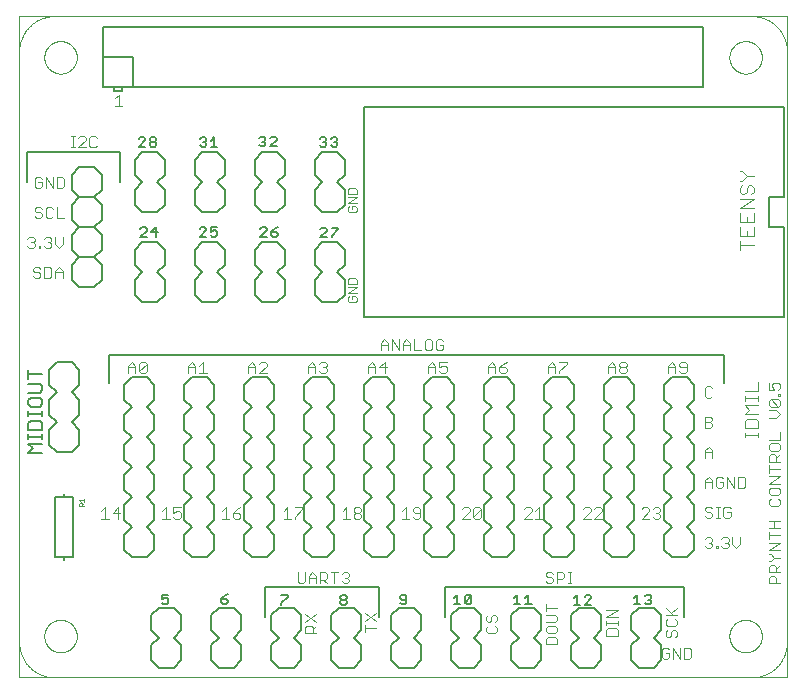
<source format=gto>
G75*
%MOIN*%
%OFA0B0*%
%FSLAX25Y25*%
%IPPOS*%
%LPD*%
%AMOC8*
5,1,8,0,0,1.08239X$1,22.5*
%
%ADD10C,0.00000*%
%ADD11C,0.00300*%
%ADD12C,0.00400*%
%ADD13C,0.00600*%
%ADD14C,0.00800*%
%ADD15C,0.00500*%
%ADD16C,0.00100*%
D10*
X0004996Y0005011D02*
X0005008Y0225385D01*
X0260916Y0225461D01*
X0260960Y0004994D01*
X0004996Y0005011D01*
X0005000Y0016811D02*
X0005000Y0213661D01*
X0005003Y0213946D01*
X0005014Y0214232D01*
X0005031Y0214517D01*
X0005055Y0214801D01*
X0005086Y0215085D01*
X0005124Y0215368D01*
X0005169Y0215649D01*
X0005220Y0215930D01*
X0005278Y0216210D01*
X0005343Y0216488D01*
X0005415Y0216764D01*
X0005493Y0217038D01*
X0005578Y0217311D01*
X0005670Y0217581D01*
X0005768Y0217849D01*
X0005872Y0218115D01*
X0005983Y0218378D01*
X0006100Y0218638D01*
X0006223Y0218896D01*
X0006353Y0219150D01*
X0006489Y0219401D01*
X0006630Y0219649D01*
X0006778Y0219893D01*
X0006931Y0220134D01*
X0007091Y0220370D01*
X0007256Y0220603D01*
X0007426Y0220832D01*
X0007602Y0221057D01*
X0007784Y0221277D01*
X0007970Y0221493D01*
X0008162Y0221704D01*
X0008359Y0221911D01*
X0008561Y0222113D01*
X0008768Y0222310D01*
X0008979Y0222502D01*
X0009195Y0222688D01*
X0009415Y0222870D01*
X0009640Y0223046D01*
X0009869Y0223216D01*
X0010102Y0223381D01*
X0010338Y0223541D01*
X0010579Y0223694D01*
X0010823Y0223842D01*
X0011071Y0223983D01*
X0011322Y0224119D01*
X0011576Y0224249D01*
X0011834Y0224372D01*
X0012094Y0224489D01*
X0012357Y0224600D01*
X0012623Y0224704D01*
X0012891Y0224802D01*
X0013161Y0224894D01*
X0013434Y0224979D01*
X0013708Y0225057D01*
X0013984Y0225129D01*
X0014262Y0225194D01*
X0014542Y0225252D01*
X0014823Y0225303D01*
X0015104Y0225348D01*
X0015387Y0225386D01*
X0015671Y0225417D01*
X0015955Y0225441D01*
X0016240Y0225458D01*
X0016526Y0225469D01*
X0016811Y0225472D01*
X0249094Y0225472D01*
X0249379Y0225469D01*
X0249665Y0225458D01*
X0249950Y0225441D01*
X0250234Y0225417D01*
X0250518Y0225386D01*
X0250801Y0225348D01*
X0251082Y0225303D01*
X0251363Y0225252D01*
X0251643Y0225194D01*
X0251921Y0225129D01*
X0252197Y0225057D01*
X0252471Y0224979D01*
X0252744Y0224894D01*
X0253014Y0224802D01*
X0253282Y0224704D01*
X0253548Y0224600D01*
X0253811Y0224489D01*
X0254071Y0224372D01*
X0254329Y0224249D01*
X0254583Y0224119D01*
X0254834Y0223983D01*
X0255082Y0223842D01*
X0255326Y0223694D01*
X0255567Y0223541D01*
X0255803Y0223381D01*
X0256036Y0223216D01*
X0256265Y0223046D01*
X0256490Y0222870D01*
X0256710Y0222688D01*
X0256926Y0222502D01*
X0257137Y0222310D01*
X0257344Y0222113D01*
X0257546Y0221911D01*
X0257743Y0221704D01*
X0257935Y0221493D01*
X0258121Y0221277D01*
X0258303Y0221057D01*
X0258479Y0220832D01*
X0258649Y0220603D01*
X0258814Y0220370D01*
X0258974Y0220134D01*
X0259127Y0219893D01*
X0259275Y0219649D01*
X0259416Y0219401D01*
X0259552Y0219150D01*
X0259682Y0218896D01*
X0259805Y0218638D01*
X0259922Y0218378D01*
X0260033Y0218115D01*
X0260137Y0217849D01*
X0260235Y0217581D01*
X0260327Y0217311D01*
X0260412Y0217038D01*
X0260490Y0216764D01*
X0260562Y0216488D01*
X0260627Y0216210D01*
X0260685Y0215930D01*
X0260736Y0215649D01*
X0260781Y0215368D01*
X0260819Y0215085D01*
X0260850Y0214801D01*
X0260874Y0214517D01*
X0260891Y0214232D01*
X0260902Y0213946D01*
X0260905Y0213661D01*
X0260906Y0213661D02*
X0260906Y0016811D01*
X0260905Y0016811D02*
X0260902Y0016526D01*
X0260891Y0016240D01*
X0260874Y0015955D01*
X0260850Y0015671D01*
X0260819Y0015387D01*
X0260781Y0015104D01*
X0260736Y0014823D01*
X0260685Y0014542D01*
X0260627Y0014262D01*
X0260562Y0013984D01*
X0260490Y0013708D01*
X0260412Y0013434D01*
X0260327Y0013161D01*
X0260235Y0012891D01*
X0260137Y0012623D01*
X0260033Y0012357D01*
X0259922Y0012094D01*
X0259805Y0011834D01*
X0259682Y0011576D01*
X0259552Y0011322D01*
X0259416Y0011071D01*
X0259275Y0010823D01*
X0259127Y0010579D01*
X0258974Y0010338D01*
X0258814Y0010102D01*
X0258649Y0009869D01*
X0258479Y0009640D01*
X0258303Y0009415D01*
X0258121Y0009195D01*
X0257935Y0008979D01*
X0257743Y0008768D01*
X0257546Y0008561D01*
X0257344Y0008359D01*
X0257137Y0008162D01*
X0256926Y0007970D01*
X0256710Y0007784D01*
X0256490Y0007602D01*
X0256265Y0007426D01*
X0256036Y0007256D01*
X0255803Y0007091D01*
X0255567Y0006931D01*
X0255326Y0006778D01*
X0255082Y0006630D01*
X0254834Y0006489D01*
X0254583Y0006353D01*
X0254329Y0006223D01*
X0254071Y0006100D01*
X0253811Y0005983D01*
X0253548Y0005872D01*
X0253282Y0005768D01*
X0253014Y0005670D01*
X0252744Y0005578D01*
X0252471Y0005493D01*
X0252197Y0005415D01*
X0251921Y0005343D01*
X0251643Y0005278D01*
X0251363Y0005220D01*
X0251082Y0005169D01*
X0250801Y0005124D01*
X0250518Y0005086D01*
X0250234Y0005055D01*
X0249950Y0005031D01*
X0249665Y0005014D01*
X0249379Y0005003D01*
X0249094Y0005000D01*
X0016811Y0005000D01*
X0016526Y0005003D01*
X0016240Y0005014D01*
X0015955Y0005031D01*
X0015671Y0005055D01*
X0015387Y0005086D01*
X0015104Y0005124D01*
X0014823Y0005169D01*
X0014542Y0005220D01*
X0014262Y0005278D01*
X0013984Y0005343D01*
X0013708Y0005415D01*
X0013434Y0005493D01*
X0013161Y0005578D01*
X0012891Y0005670D01*
X0012623Y0005768D01*
X0012357Y0005872D01*
X0012094Y0005983D01*
X0011834Y0006100D01*
X0011576Y0006223D01*
X0011322Y0006353D01*
X0011071Y0006489D01*
X0010823Y0006630D01*
X0010579Y0006778D01*
X0010338Y0006931D01*
X0010102Y0007091D01*
X0009869Y0007256D01*
X0009640Y0007426D01*
X0009415Y0007602D01*
X0009195Y0007784D01*
X0008979Y0007970D01*
X0008768Y0008162D01*
X0008561Y0008359D01*
X0008359Y0008561D01*
X0008162Y0008768D01*
X0007970Y0008979D01*
X0007784Y0009195D01*
X0007602Y0009415D01*
X0007426Y0009640D01*
X0007256Y0009869D01*
X0007091Y0010102D01*
X0006931Y0010338D01*
X0006778Y0010579D01*
X0006630Y0010823D01*
X0006489Y0011071D01*
X0006353Y0011322D01*
X0006223Y0011576D01*
X0006100Y0011834D01*
X0005983Y0012094D01*
X0005872Y0012357D01*
X0005768Y0012623D01*
X0005670Y0012891D01*
X0005578Y0013161D01*
X0005493Y0013434D01*
X0005415Y0013708D01*
X0005343Y0013984D01*
X0005278Y0014262D01*
X0005220Y0014542D01*
X0005169Y0014823D01*
X0005124Y0015104D01*
X0005086Y0015387D01*
X0005055Y0015671D01*
X0005031Y0015955D01*
X0005014Y0016240D01*
X0005003Y0016526D01*
X0005000Y0016811D01*
X0013367Y0018780D02*
X0013369Y0018927D01*
X0013375Y0019073D01*
X0013385Y0019219D01*
X0013399Y0019365D01*
X0013417Y0019511D01*
X0013438Y0019656D01*
X0013464Y0019800D01*
X0013494Y0019944D01*
X0013527Y0020086D01*
X0013564Y0020228D01*
X0013605Y0020369D01*
X0013650Y0020508D01*
X0013699Y0020647D01*
X0013751Y0020784D01*
X0013808Y0020919D01*
X0013867Y0021053D01*
X0013931Y0021185D01*
X0013998Y0021315D01*
X0014068Y0021444D01*
X0014142Y0021571D01*
X0014219Y0021695D01*
X0014300Y0021818D01*
X0014384Y0021938D01*
X0014471Y0022056D01*
X0014561Y0022171D01*
X0014654Y0022284D01*
X0014751Y0022395D01*
X0014850Y0022503D01*
X0014952Y0022608D01*
X0015057Y0022710D01*
X0015165Y0022809D01*
X0015276Y0022906D01*
X0015389Y0022999D01*
X0015504Y0023089D01*
X0015622Y0023176D01*
X0015742Y0023260D01*
X0015865Y0023341D01*
X0015989Y0023418D01*
X0016116Y0023492D01*
X0016245Y0023562D01*
X0016375Y0023629D01*
X0016507Y0023693D01*
X0016641Y0023752D01*
X0016776Y0023809D01*
X0016913Y0023861D01*
X0017052Y0023910D01*
X0017191Y0023955D01*
X0017332Y0023996D01*
X0017474Y0024033D01*
X0017616Y0024066D01*
X0017760Y0024096D01*
X0017904Y0024122D01*
X0018049Y0024143D01*
X0018195Y0024161D01*
X0018341Y0024175D01*
X0018487Y0024185D01*
X0018633Y0024191D01*
X0018780Y0024193D01*
X0018927Y0024191D01*
X0019073Y0024185D01*
X0019219Y0024175D01*
X0019365Y0024161D01*
X0019511Y0024143D01*
X0019656Y0024122D01*
X0019800Y0024096D01*
X0019944Y0024066D01*
X0020086Y0024033D01*
X0020228Y0023996D01*
X0020369Y0023955D01*
X0020508Y0023910D01*
X0020647Y0023861D01*
X0020784Y0023809D01*
X0020919Y0023752D01*
X0021053Y0023693D01*
X0021185Y0023629D01*
X0021315Y0023562D01*
X0021444Y0023492D01*
X0021571Y0023418D01*
X0021695Y0023341D01*
X0021818Y0023260D01*
X0021938Y0023176D01*
X0022056Y0023089D01*
X0022171Y0022999D01*
X0022284Y0022906D01*
X0022395Y0022809D01*
X0022503Y0022710D01*
X0022608Y0022608D01*
X0022710Y0022503D01*
X0022809Y0022395D01*
X0022906Y0022284D01*
X0022999Y0022171D01*
X0023089Y0022056D01*
X0023176Y0021938D01*
X0023260Y0021818D01*
X0023341Y0021695D01*
X0023418Y0021571D01*
X0023492Y0021444D01*
X0023562Y0021315D01*
X0023629Y0021185D01*
X0023693Y0021053D01*
X0023752Y0020919D01*
X0023809Y0020784D01*
X0023861Y0020647D01*
X0023910Y0020508D01*
X0023955Y0020369D01*
X0023996Y0020228D01*
X0024033Y0020086D01*
X0024066Y0019944D01*
X0024096Y0019800D01*
X0024122Y0019656D01*
X0024143Y0019511D01*
X0024161Y0019365D01*
X0024175Y0019219D01*
X0024185Y0019073D01*
X0024191Y0018927D01*
X0024193Y0018780D01*
X0024191Y0018633D01*
X0024185Y0018487D01*
X0024175Y0018341D01*
X0024161Y0018195D01*
X0024143Y0018049D01*
X0024122Y0017904D01*
X0024096Y0017760D01*
X0024066Y0017616D01*
X0024033Y0017474D01*
X0023996Y0017332D01*
X0023955Y0017191D01*
X0023910Y0017052D01*
X0023861Y0016913D01*
X0023809Y0016776D01*
X0023752Y0016641D01*
X0023693Y0016507D01*
X0023629Y0016375D01*
X0023562Y0016245D01*
X0023492Y0016116D01*
X0023418Y0015989D01*
X0023341Y0015865D01*
X0023260Y0015742D01*
X0023176Y0015622D01*
X0023089Y0015504D01*
X0022999Y0015389D01*
X0022906Y0015276D01*
X0022809Y0015165D01*
X0022710Y0015057D01*
X0022608Y0014952D01*
X0022503Y0014850D01*
X0022395Y0014751D01*
X0022284Y0014654D01*
X0022171Y0014561D01*
X0022056Y0014471D01*
X0021938Y0014384D01*
X0021818Y0014300D01*
X0021695Y0014219D01*
X0021571Y0014142D01*
X0021444Y0014068D01*
X0021315Y0013998D01*
X0021185Y0013931D01*
X0021053Y0013867D01*
X0020919Y0013808D01*
X0020784Y0013751D01*
X0020647Y0013699D01*
X0020508Y0013650D01*
X0020369Y0013605D01*
X0020228Y0013564D01*
X0020086Y0013527D01*
X0019944Y0013494D01*
X0019800Y0013464D01*
X0019656Y0013438D01*
X0019511Y0013417D01*
X0019365Y0013399D01*
X0019219Y0013385D01*
X0019073Y0013375D01*
X0018927Y0013369D01*
X0018780Y0013367D01*
X0018633Y0013369D01*
X0018487Y0013375D01*
X0018341Y0013385D01*
X0018195Y0013399D01*
X0018049Y0013417D01*
X0017904Y0013438D01*
X0017760Y0013464D01*
X0017616Y0013494D01*
X0017474Y0013527D01*
X0017332Y0013564D01*
X0017191Y0013605D01*
X0017052Y0013650D01*
X0016913Y0013699D01*
X0016776Y0013751D01*
X0016641Y0013808D01*
X0016507Y0013867D01*
X0016375Y0013931D01*
X0016245Y0013998D01*
X0016116Y0014068D01*
X0015989Y0014142D01*
X0015865Y0014219D01*
X0015742Y0014300D01*
X0015622Y0014384D01*
X0015504Y0014471D01*
X0015389Y0014561D01*
X0015276Y0014654D01*
X0015165Y0014751D01*
X0015057Y0014850D01*
X0014952Y0014952D01*
X0014850Y0015057D01*
X0014751Y0015165D01*
X0014654Y0015276D01*
X0014561Y0015389D01*
X0014471Y0015504D01*
X0014384Y0015622D01*
X0014300Y0015742D01*
X0014219Y0015865D01*
X0014142Y0015989D01*
X0014068Y0016116D01*
X0013998Y0016245D01*
X0013931Y0016375D01*
X0013867Y0016507D01*
X0013808Y0016641D01*
X0013751Y0016776D01*
X0013699Y0016913D01*
X0013650Y0017052D01*
X0013605Y0017191D01*
X0013564Y0017332D01*
X0013527Y0017474D01*
X0013494Y0017616D01*
X0013464Y0017760D01*
X0013438Y0017904D01*
X0013417Y0018049D01*
X0013399Y0018195D01*
X0013385Y0018341D01*
X0013375Y0018487D01*
X0013369Y0018633D01*
X0013367Y0018780D01*
X0013367Y0211693D02*
X0013369Y0211840D01*
X0013375Y0211986D01*
X0013385Y0212132D01*
X0013399Y0212278D01*
X0013417Y0212424D01*
X0013438Y0212569D01*
X0013464Y0212713D01*
X0013494Y0212857D01*
X0013527Y0212999D01*
X0013564Y0213141D01*
X0013605Y0213282D01*
X0013650Y0213421D01*
X0013699Y0213560D01*
X0013751Y0213697D01*
X0013808Y0213832D01*
X0013867Y0213966D01*
X0013931Y0214098D01*
X0013998Y0214228D01*
X0014068Y0214357D01*
X0014142Y0214484D01*
X0014219Y0214608D01*
X0014300Y0214731D01*
X0014384Y0214851D01*
X0014471Y0214969D01*
X0014561Y0215084D01*
X0014654Y0215197D01*
X0014751Y0215308D01*
X0014850Y0215416D01*
X0014952Y0215521D01*
X0015057Y0215623D01*
X0015165Y0215722D01*
X0015276Y0215819D01*
X0015389Y0215912D01*
X0015504Y0216002D01*
X0015622Y0216089D01*
X0015742Y0216173D01*
X0015865Y0216254D01*
X0015989Y0216331D01*
X0016116Y0216405D01*
X0016245Y0216475D01*
X0016375Y0216542D01*
X0016507Y0216606D01*
X0016641Y0216665D01*
X0016776Y0216722D01*
X0016913Y0216774D01*
X0017052Y0216823D01*
X0017191Y0216868D01*
X0017332Y0216909D01*
X0017474Y0216946D01*
X0017616Y0216979D01*
X0017760Y0217009D01*
X0017904Y0217035D01*
X0018049Y0217056D01*
X0018195Y0217074D01*
X0018341Y0217088D01*
X0018487Y0217098D01*
X0018633Y0217104D01*
X0018780Y0217106D01*
X0018927Y0217104D01*
X0019073Y0217098D01*
X0019219Y0217088D01*
X0019365Y0217074D01*
X0019511Y0217056D01*
X0019656Y0217035D01*
X0019800Y0217009D01*
X0019944Y0216979D01*
X0020086Y0216946D01*
X0020228Y0216909D01*
X0020369Y0216868D01*
X0020508Y0216823D01*
X0020647Y0216774D01*
X0020784Y0216722D01*
X0020919Y0216665D01*
X0021053Y0216606D01*
X0021185Y0216542D01*
X0021315Y0216475D01*
X0021444Y0216405D01*
X0021571Y0216331D01*
X0021695Y0216254D01*
X0021818Y0216173D01*
X0021938Y0216089D01*
X0022056Y0216002D01*
X0022171Y0215912D01*
X0022284Y0215819D01*
X0022395Y0215722D01*
X0022503Y0215623D01*
X0022608Y0215521D01*
X0022710Y0215416D01*
X0022809Y0215308D01*
X0022906Y0215197D01*
X0022999Y0215084D01*
X0023089Y0214969D01*
X0023176Y0214851D01*
X0023260Y0214731D01*
X0023341Y0214608D01*
X0023418Y0214484D01*
X0023492Y0214357D01*
X0023562Y0214228D01*
X0023629Y0214098D01*
X0023693Y0213966D01*
X0023752Y0213832D01*
X0023809Y0213697D01*
X0023861Y0213560D01*
X0023910Y0213421D01*
X0023955Y0213282D01*
X0023996Y0213141D01*
X0024033Y0212999D01*
X0024066Y0212857D01*
X0024096Y0212713D01*
X0024122Y0212569D01*
X0024143Y0212424D01*
X0024161Y0212278D01*
X0024175Y0212132D01*
X0024185Y0211986D01*
X0024191Y0211840D01*
X0024193Y0211693D01*
X0024191Y0211546D01*
X0024185Y0211400D01*
X0024175Y0211254D01*
X0024161Y0211108D01*
X0024143Y0210962D01*
X0024122Y0210817D01*
X0024096Y0210673D01*
X0024066Y0210529D01*
X0024033Y0210387D01*
X0023996Y0210245D01*
X0023955Y0210104D01*
X0023910Y0209965D01*
X0023861Y0209826D01*
X0023809Y0209689D01*
X0023752Y0209554D01*
X0023693Y0209420D01*
X0023629Y0209288D01*
X0023562Y0209158D01*
X0023492Y0209029D01*
X0023418Y0208902D01*
X0023341Y0208778D01*
X0023260Y0208655D01*
X0023176Y0208535D01*
X0023089Y0208417D01*
X0022999Y0208302D01*
X0022906Y0208189D01*
X0022809Y0208078D01*
X0022710Y0207970D01*
X0022608Y0207865D01*
X0022503Y0207763D01*
X0022395Y0207664D01*
X0022284Y0207567D01*
X0022171Y0207474D01*
X0022056Y0207384D01*
X0021938Y0207297D01*
X0021818Y0207213D01*
X0021695Y0207132D01*
X0021571Y0207055D01*
X0021444Y0206981D01*
X0021315Y0206911D01*
X0021185Y0206844D01*
X0021053Y0206780D01*
X0020919Y0206721D01*
X0020784Y0206664D01*
X0020647Y0206612D01*
X0020508Y0206563D01*
X0020369Y0206518D01*
X0020228Y0206477D01*
X0020086Y0206440D01*
X0019944Y0206407D01*
X0019800Y0206377D01*
X0019656Y0206351D01*
X0019511Y0206330D01*
X0019365Y0206312D01*
X0019219Y0206298D01*
X0019073Y0206288D01*
X0018927Y0206282D01*
X0018780Y0206280D01*
X0018633Y0206282D01*
X0018487Y0206288D01*
X0018341Y0206298D01*
X0018195Y0206312D01*
X0018049Y0206330D01*
X0017904Y0206351D01*
X0017760Y0206377D01*
X0017616Y0206407D01*
X0017474Y0206440D01*
X0017332Y0206477D01*
X0017191Y0206518D01*
X0017052Y0206563D01*
X0016913Y0206612D01*
X0016776Y0206664D01*
X0016641Y0206721D01*
X0016507Y0206780D01*
X0016375Y0206844D01*
X0016245Y0206911D01*
X0016116Y0206981D01*
X0015989Y0207055D01*
X0015865Y0207132D01*
X0015742Y0207213D01*
X0015622Y0207297D01*
X0015504Y0207384D01*
X0015389Y0207474D01*
X0015276Y0207567D01*
X0015165Y0207664D01*
X0015057Y0207763D01*
X0014952Y0207865D01*
X0014850Y0207970D01*
X0014751Y0208078D01*
X0014654Y0208189D01*
X0014561Y0208302D01*
X0014471Y0208417D01*
X0014384Y0208535D01*
X0014300Y0208655D01*
X0014219Y0208778D01*
X0014142Y0208902D01*
X0014068Y0209029D01*
X0013998Y0209158D01*
X0013931Y0209288D01*
X0013867Y0209420D01*
X0013808Y0209554D01*
X0013751Y0209689D01*
X0013699Y0209826D01*
X0013650Y0209965D01*
X0013605Y0210104D01*
X0013564Y0210245D01*
X0013527Y0210387D01*
X0013494Y0210529D01*
X0013464Y0210673D01*
X0013438Y0210817D01*
X0013417Y0210962D01*
X0013399Y0211108D01*
X0013385Y0211254D01*
X0013375Y0211400D01*
X0013369Y0211546D01*
X0013367Y0211693D01*
X0241713Y0211693D02*
X0241715Y0211840D01*
X0241721Y0211986D01*
X0241731Y0212132D01*
X0241745Y0212278D01*
X0241763Y0212424D01*
X0241784Y0212569D01*
X0241810Y0212713D01*
X0241840Y0212857D01*
X0241873Y0212999D01*
X0241910Y0213141D01*
X0241951Y0213282D01*
X0241996Y0213421D01*
X0242045Y0213560D01*
X0242097Y0213697D01*
X0242154Y0213832D01*
X0242213Y0213966D01*
X0242277Y0214098D01*
X0242344Y0214228D01*
X0242414Y0214357D01*
X0242488Y0214484D01*
X0242565Y0214608D01*
X0242646Y0214731D01*
X0242730Y0214851D01*
X0242817Y0214969D01*
X0242907Y0215084D01*
X0243000Y0215197D01*
X0243097Y0215308D01*
X0243196Y0215416D01*
X0243298Y0215521D01*
X0243403Y0215623D01*
X0243511Y0215722D01*
X0243622Y0215819D01*
X0243735Y0215912D01*
X0243850Y0216002D01*
X0243968Y0216089D01*
X0244088Y0216173D01*
X0244211Y0216254D01*
X0244335Y0216331D01*
X0244462Y0216405D01*
X0244591Y0216475D01*
X0244721Y0216542D01*
X0244853Y0216606D01*
X0244987Y0216665D01*
X0245122Y0216722D01*
X0245259Y0216774D01*
X0245398Y0216823D01*
X0245537Y0216868D01*
X0245678Y0216909D01*
X0245820Y0216946D01*
X0245962Y0216979D01*
X0246106Y0217009D01*
X0246250Y0217035D01*
X0246395Y0217056D01*
X0246541Y0217074D01*
X0246687Y0217088D01*
X0246833Y0217098D01*
X0246979Y0217104D01*
X0247126Y0217106D01*
X0247273Y0217104D01*
X0247419Y0217098D01*
X0247565Y0217088D01*
X0247711Y0217074D01*
X0247857Y0217056D01*
X0248002Y0217035D01*
X0248146Y0217009D01*
X0248290Y0216979D01*
X0248432Y0216946D01*
X0248574Y0216909D01*
X0248715Y0216868D01*
X0248854Y0216823D01*
X0248993Y0216774D01*
X0249130Y0216722D01*
X0249265Y0216665D01*
X0249399Y0216606D01*
X0249531Y0216542D01*
X0249661Y0216475D01*
X0249790Y0216405D01*
X0249917Y0216331D01*
X0250041Y0216254D01*
X0250164Y0216173D01*
X0250284Y0216089D01*
X0250402Y0216002D01*
X0250517Y0215912D01*
X0250630Y0215819D01*
X0250741Y0215722D01*
X0250849Y0215623D01*
X0250954Y0215521D01*
X0251056Y0215416D01*
X0251155Y0215308D01*
X0251252Y0215197D01*
X0251345Y0215084D01*
X0251435Y0214969D01*
X0251522Y0214851D01*
X0251606Y0214731D01*
X0251687Y0214608D01*
X0251764Y0214484D01*
X0251838Y0214357D01*
X0251908Y0214228D01*
X0251975Y0214098D01*
X0252039Y0213966D01*
X0252098Y0213832D01*
X0252155Y0213697D01*
X0252207Y0213560D01*
X0252256Y0213421D01*
X0252301Y0213282D01*
X0252342Y0213141D01*
X0252379Y0212999D01*
X0252412Y0212857D01*
X0252442Y0212713D01*
X0252468Y0212569D01*
X0252489Y0212424D01*
X0252507Y0212278D01*
X0252521Y0212132D01*
X0252531Y0211986D01*
X0252537Y0211840D01*
X0252539Y0211693D01*
X0252537Y0211546D01*
X0252531Y0211400D01*
X0252521Y0211254D01*
X0252507Y0211108D01*
X0252489Y0210962D01*
X0252468Y0210817D01*
X0252442Y0210673D01*
X0252412Y0210529D01*
X0252379Y0210387D01*
X0252342Y0210245D01*
X0252301Y0210104D01*
X0252256Y0209965D01*
X0252207Y0209826D01*
X0252155Y0209689D01*
X0252098Y0209554D01*
X0252039Y0209420D01*
X0251975Y0209288D01*
X0251908Y0209158D01*
X0251838Y0209029D01*
X0251764Y0208902D01*
X0251687Y0208778D01*
X0251606Y0208655D01*
X0251522Y0208535D01*
X0251435Y0208417D01*
X0251345Y0208302D01*
X0251252Y0208189D01*
X0251155Y0208078D01*
X0251056Y0207970D01*
X0250954Y0207865D01*
X0250849Y0207763D01*
X0250741Y0207664D01*
X0250630Y0207567D01*
X0250517Y0207474D01*
X0250402Y0207384D01*
X0250284Y0207297D01*
X0250164Y0207213D01*
X0250041Y0207132D01*
X0249917Y0207055D01*
X0249790Y0206981D01*
X0249661Y0206911D01*
X0249531Y0206844D01*
X0249399Y0206780D01*
X0249265Y0206721D01*
X0249130Y0206664D01*
X0248993Y0206612D01*
X0248854Y0206563D01*
X0248715Y0206518D01*
X0248574Y0206477D01*
X0248432Y0206440D01*
X0248290Y0206407D01*
X0248146Y0206377D01*
X0248002Y0206351D01*
X0247857Y0206330D01*
X0247711Y0206312D01*
X0247565Y0206298D01*
X0247419Y0206288D01*
X0247273Y0206282D01*
X0247126Y0206280D01*
X0246979Y0206282D01*
X0246833Y0206288D01*
X0246687Y0206298D01*
X0246541Y0206312D01*
X0246395Y0206330D01*
X0246250Y0206351D01*
X0246106Y0206377D01*
X0245962Y0206407D01*
X0245820Y0206440D01*
X0245678Y0206477D01*
X0245537Y0206518D01*
X0245398Y0206563D01*
X0245259Y0206612D01*
X0245122Y0206664D01*
X0244987Y0206721D01*
X0244853Y0206780D01*
X0244721Y0206844D01*
X0244591Y0206911D01*
X0244462Y0206981D01*
X0244335Y0207055D01*
X0244211Y0207132D01*
X0244088Y0207213D01*
X0243968Y0207297D01*
X0243850Y0207384D01*
X0243735Y0207474D01*
X0243622Y0207567D01*
X0243511Y0207664D01*
X0243403Y0207763D01*
X0243298Y0207865D01*
X0243196Y0207970D01*
X0243097Y0208078D01*
X0243000Y0208189D01*
X0242907Y0208302D01*
X0242817Y0208417D01*
X0242730Y0208535D01*
X0242646Y0208655D01*
X0242565Y0208778D01*
X0242488Y0208902D01*
X0242414Y0209029D01*
X0242344Y0209158D01*
X0242277Y0209288D01*
X0242213Y0209420D01*
X0242154Y0209554D01*
X0242097Y0209689D01*
X0242045Y0209826D01*
X0241996Y0209965D01*
X0241951Y0210104D01*
X0241910Y0210245D01*
X0241873Y0210387D01*
X0241840Y0210529D01*
X0241810Y0210673D01*
X0241784Y0210817D01*
X0241763Y0210962D01*
X0241745Y0211108D01*
X0241731Y0211254D01*
X0241721Y0211400D01*
X0241715Y0211546D01*
X0241713Y0211693D01*
X0241713Y0018780D02*
X0241715Y0018927D01*
X0241721Y0019073D01*
X0241731Y0019219D01*
X0241745Y0019365D01*
X0241763Y0019511D01*
X0241784Y0019656D01*
X0241810Y0019800D01*
X0241840Y0019944D01*
X0241873Y0020086D01*
X0241910Y0020228D01*
X0241951Y0020369D01*
X0241996Y0020508D01*
X0242045Y0020647D01*
X0242097Y0020784D01*
X0242154Y0020919D01*
X0242213Y0021053D01*
X0242277Y0021185D01*
X0242344Y0021315D01*
X0242414Y0021444D01*
X0242488Y0021571D01*
X0242565Y0021695D01*
X0242646Y0021818D01*
X0242730Y0021938D01*
X0242817Y0022056D01*
X0242907Y0022171D01*
X0243000Y0022284D01*
X0243097Y0022395D01*
X0243196Y0022503D01*
X0243298Y0022608D01*
X0243403Y0022710D01*
X0243511Y0022809D01*
X0243622Y0022906D01*
X0243735Y0022999D01*
X0243850Y0023089D01*
X0243968Y0023176D01*
X0244088Y0023260D01*
X0244211Y0023341D01*
X0244335Y0023418D01*
X0244462Y0023492D01*
X0244591Y0023562D01*
X0244721Y0023629D01*
X0244853Y0023693D01*
X0244987Y0023752D01*
X0245122Y0023809D01*
X0245259Y0023861D01*
X0245398Y0023910D01*
X0245537Y0023955D01*
X0245678Y0023996D01*
X0245820Y0024033D01*
X0245962Y0024066D01*
X0246106Y0024096D01*
X0246250Y0024122D01*
X0246395Y0024143D01*
X0246541Y0024161D01*
X0246687Y0024175D01*
X0246833Y0024185D01*
X0246979Y0024191D01*
X0247126Y0024193D01*
X0247273Y0024191D01*
X0247419Y0024185D01*
X0247565Y0024175D01*
X0247711Y0024161D01*
X0247857Y0024143D01*
X0248002Y0024122D01*
X0248146Y0024096D01*
X0248290Y0024066D01*
X0248432Y0024033D01*
X0248574Y0023996D01*
X0248715Y0023955D01*
X0248854Y0023910D01*
X0248993Y0023861D01*
X0249130Y0023809D01*
X0249265Y0023752D01*
X0249399Y0023693D01*
X0249531Y0023629D01*
X0249661Y0023562D01*
X0249790Y0023492D01*
X0249917Y0023418D01*
X0250041Y0023341D01*
X0250164Y0023260D01*
X0250284Y0023176D01*
X0250402Y0023089D01*
X0250517Y0022999D01*
X0250630Y0022906D01*
X0250741Y0022809D01*
X0250849Y0022710D01*
X0250954Y0022608D01*
X0251056Y0022503D01*
X0251155Y0022395D01*
X0251252Y0022284D01*
X0251345Y0022171D01*
X0251435Y0022056D01*
X0251522Y0021938D01*
X0251606Y0021818D01*
X0251687Y0021695D01*
X0251764Y0021571D01*
X0251838Y0021444D01*
X0251908Y0021315D01*
X0251975Y0021185D01*
X0252039Y0021053D01*
X0252098Y0020919D01*
X0252155Y0020784D01*
X0252207Y0020647D01*
X0252256Y0020508D01*
X0252301Y0020369D01*
X0252342Y0020228D01*
X0252379Y0020086D01*
X0252412Y0019944D01*
X0252442Y0019800D01*
X0252468Y0019656D01*
X0252489Y0019511D01*
X0252507Y0019365D01*
X0252521Y0019219D01*
X0252531Y0019073D01*
X0252537Y0018927D01*
X0252539Y0018780D01*
X0252537Y0018633D01*
X0252531Y0018487D01*
X0252521Y0018341D01*
X0252507Y0018195D01*
X0252489Y0018049D01*
X0252468Y0017904D01*
X0252442Y0017760D01*
X0252412Y0017616D01*
X0252379Y0017474D01*
X0252342Y0017332D01*
X0252301Y0017191D01*
X0252256Y0017052D01*
X0252207Y0016913D01*
X0252155Y0016776D01*
X0252098Y0016641D01*
X0252039Y0016507D01*
X0251975Y0016375D01*
X0251908Y0016245D01*
X0251838Y0016116D01*
X0251764Y0015989D01*
X0251687Y0015865D01*
X0251606Y0015742D01*
X0251522Y0015622D01*
X0251435Y0015504D01*
X0251345Y0015389D01*
X0251252Y0015276D01*
X0251155Y0015165D01*
X0251056Y0015057D01*
X0250954Y0014952D01*
X0250849Y0014850D01*
X0250741Y0014751D01*
X0250630Y0014654D01*
X0250517Y0014561D01*
X0250402Y0014471D01*
X0250284Y0014384D01*
X0250164Y0014300D01*
X0250041Y0014219D01*
X0249917Y0014142D01*
X0249790Y0014068D01*
X0249661Y0013998D01*
X0249531Y0013931D01*
X0249399Y0013867D01*
X0249265Y0013808D01*
X0249130Y0013751D01*
X0248993Y0013699D01*
X0248854Y0013650D01*
X0248715Y0013605D01*
X0248574Y0013564D01*
X0248432Y0013527D01*
X0248290Y0013494D01*
X0248146Y0013464D01*
X0248002Y0013438D01*
X0247857Y0013417D01*
X0247711Y0013399D01*
X0247565Y0013385D01*
X0247419Y0013375D01*
X0247273Y0013369D01*
X0247126Y0013367D01*
X0246979Y0013369D01*
X0246833Y0013375D01*
X0246687Y0013385D01*
X0246541Y0013399D01*
X0246395Y0013417D01*
X0246250Y0013438D01*
X0246106Y0013464D01*
X0245962Y0013494D01*
X0245820Y0013527D01*
X0245678Y0013564D01*
X0245537Y0013605D01*
X0245398Y0013650D01*
X0245259Y0013699D01*
X0245122Y0013751D01*
X0244987Y0013808D01*
X0244853Y0013867D01*
X0244721Y0013931D01*
X0244591Y0013998D01*
X0244462Y0014068D01*
X0244335Y0014142D01*
X0244211Y0014219D01*
X0244088Y0014300D01*
X0243968Y0014384D01*
X0243850Y0014471D01*
X0243735Y0014561D01*
X0243622Y0014654D01*
X0243511Y0014751D01*
X0243403Y0014850D01*
X0243298Y0014952D01*
X0243196Y0015057D01*
X0243097Y0015165D01*
X0243000Y0015276D01*
X0242907Y0015389D01*
X0242817Y0015504D01*
X0242730Y0015622D01*
X0242646Y0015742D01*
X0242565Y0015865D01*
X0242488Y0015989D01*
X0242414Y0016116D01*
X0242344Y0016245D01*
X0242277Y0016375D01*
X0242213Y0016507D01*
X0242154Y0016641D01*
X0242097Y0016776D01*
X0242045Y0016913D01*
X0241996Y0017052D01*
X0241951Y0017191D01*
X0241910Y0017332D01*
X0241873Y0017474D01*
X0241840Y0017616D01*
X0241810Y0017760D01*
X0241784Y0017904D01*
X0241763Y0018049D01*
X0241745Y0018195D01*
X0241731Y0018341D01*
X0241721Y0018487D01*
X0241715Y0018633D01*
X0241713Y0018780D01*
D11*
X0229039Y0014356D02*
X0229039Y0011888D01*
X0228422Y0011270D01*
X0226571Y0011270D01*
X0226571Y0014974D01*
X0228422Y0014974D01*
X0229039Y0014356D01*
X0225356Y0014974D02*
X0225356Y0011270D01*
X0222887Y0014974D01*
X0222887Y0011270D01*
X0221673Y0011888D02*
X0221673Y0013122D01*
X0220439Y0013122D01*
X0221673Y0014356D02*
X0221056Y0014974D01*
X0219821Y0014974D01*
X0219204Y0014356D01*
X0219204Y0011888D01*
X0219821Y0011270D01*
X0221056Y0011270D01*
X0221673Y0011888D01*
X0221668Y0018360D02*
X0222285Y0018977D01*
X0222285Y0020211D01*
X0222902Y0020829D01*
X0223519Y0020829D01*
X0224137Y0020211D01*
X0224137Y0018977D01*
X0223519Y0018360D01*
X0221668Y0018360D02*
X0221051Y0018360D01*
X0220433Y0018977D01*
X0220433Y0020211D01*
X0221051Y0020829D01*
X0221051Y0022043D02*
X0223519Y0022043D01*
X0224137Y0022660D01*
X0224137Y0023894D01*
X0223519Y0024512D01*
X0222902Y0025726D02*
X0220433Y0028195D01*
X0220433Y0025726D02*
X0224137Y0025726D01*
X0222285Y0026343D02*
X0224137Y0028195D01*
X0221051Y0024512D02*
X0220433Y0023894D01*
X0220433Y0022660D01*
X0221051Y0022043D01*
X0204435Y0022628D02*
X0204435Y0023863D01*
X0204435Y0023245D02*
X0200732Y0023245D01*
X0200732Y0022628D02*
X0200732Y0023863D01*
X0200732Y0025084D02*
X0204435Y0027552D01*
X0200732Y0027552D01*
X0200732Y0025084D02*
X0204435Y0025084D01*
X0203818Y0021414D02*
X0201349Y0021414D01*
X0200732Y0020797D01*
X0200732Y0018945D01*
X0204435Y0018945D01*
X0204435Y0020797D01*
X0203818Y0021414D01*
X0184343Y0021553D02*
X0184343Y0020319D01*
X0183725Y0019702D01*
X0181257Y0019702D01*
X0180639Y0020319D01*
X0180639Y0021553D01*
X0181257Y0022171D01*
X0183725Y0022171D01*
X0184343Y0021553D01*
X0183725Y0023385D02*
X0184343Y0024002D01*
X0184343Y0025236D01*
X0183725Y0025854D01*
X0180639Y0025854D01*
X0180639Y0027068D02*
X0180639Y0029537D01*
X0180639Y0028302D02*
X0184343Y0028302D01*
X0183725Y0023385D02*
X0180639Y0023385D01*
X0181257Y0018487D02*
X0180639Y0017870D01*
X0180639Y0016019D01*
X0184343Y0016019D01*
X0184343Y0017870D01*
X0183725Y0018487D01*
X0181257Y0018487D01*
X0164251Y0020343D02*
X0164251Y0021577D01*
X0163633Y0022194D01*
X0163633Y0023409D02*
X0164251Y0024026D01*
X0164251Y0025260D01*
X0163633Y0025877D01*
X0163016Y0025877D01*
X0162399Y0025260D01*
X0162399Y0024026D01*
X0161782Y0023409D01*
X0161165Y0023409D01*
X0160547Y0024026D01*
X0160547Y0025260D01*
X0161165Y0025877D01*
X0161165Y0022194D02*
X0160547Y0021577D01*
X0160547Y0020343D01*
X0161165Y0019725D01*
X0163633Y0019725D01*
X0164251Y0020343D01*
X0180472Y0037136D02*
X0181089Y0036519D01*
X0182324Y0036519D01*
X0182941Y0037136D01*
X0182941Y0037754D01*
X0182324Y0038371D01*
X0181089Y0038371D01*
X0180472Y0038988D01*
X0180472Y0039605D01*
X0181089Y0040222D01*
X0182324Y0040222D01*
X0182941Y0039605D01*
X0184155Y0040222D02*
X0184155Y0036519D01*
X0184155Y0037754D02*
X0186007Y0037754D01*
X0186624Y0038371D01*
X0186624Y0039605D01*
X0186007Y0040222D01*
X0184155Y0040222D01*
X0187838Y0040222D02*
X0189073Y0040222D01*
X0188455Y0040222D02*
X0188455Y0036519D01*
X0187838Y0036519D02*
X0189073Y0036519D01*
X0193038Y0057956D02*
X0195507Y0060424D01*
X0195507Y0061041D01*
X0194890Y0061659D01*
X0193655Y0061659D01*
X0193038Y0061041D01*
X0193038Y0057956D02*
X0195507Y0057956D01*
X0196721Y0057956D02*
X0199190Y0060424D01*
X0199190Y0061041D01*
X0198573Y0061659D01*
X0197338Y0061659D01*
X0196721Y0061041D01*
X0196721Y0057956D02*
X0199190Y0057956D01*
X0212472Y0057956D02*
X0214941Y0060424D01*
X0214941Y0061041D01*
X0214324Y0061659D01*
X0213090Y0061659D01*
X0212472Y0061041D01*
X0212472Y0057956D02*
X0214941Y0057956D01*
X0216156Y0058573D02*
X0216773Y0057956D01*
X0218007Y0057956D01*
X0218624Y0058573D01*
X0218624Y0059190D01*
X0218007Y0059807D01*
X0217390Y0059807D01*
X0218007Y0059807D02*
X0218624Y0060424D01*
X0218624Y0061041D01*
X0218007Y0061659D01*
X0216773Y0061659D01*
X0216156Y0061041D01*
X0233547Y0061327D02*
X0233547Y0060710D01*
X0234165Y0060093D01*
X0235399Y0060093D01*
X0236016Y0059475D01*
X0236016Y0058858D01*
X0235399Y0058241D01*
X0234165Y0058241D01*
X0233547Y0058858D01*
X0237231Y0058241D02*
X0238465Y0058241D01*
X0237848Y0058241D02*
X0237848Y0061944D01*
X0237231Y0061944D02*
X0238465Y0061944D01*
X0239686Y0061327D02*
X0239686Y0058858D01*
X0240303Y0058241D01*
X0241538Y0058241D01*
X0242155Y0058858D01*
X0242155Y0060093D01*
X0240920Y0060093D01*
X0239686Y0061327D02*
X0240303Y0061944D01*
X0241538Y0061944D01*
X0242155Y0061327D01*
X0236016Y0061327D02*
X0235399Y0061944D01*
X0234165Y0061944D01*
X0233547Y0061327D01*
X0233547Y0068241D02*
X0233547Y0070710D01*
X0234782Y0071944D01*
X0236016Y0070710D01*
X0236016Y0068241D01*
X0237231Y0068858D02*
X0237848Y0068241D01*
X0239082Y0068241D01*
X0239699Y0068858D01*
X0239699Y0070093D01*
X0238465Y0070093D01*
X0239699Y0071327D02*
X0239082Y0071944D01*
X0237848Y0071944D01*
X0237231Y0071327D01*
X0237231Y0068858D01*
X0236016Y0070093D02*
X0233547Y0070093D01*
X0240914Y0071944D02*
X0240914Y0068241D01*
X0243382Y0068241D02*
X0240914Y0071944D01*
X0243382Y0071944D02*
X0243382Y0068241D01*
X0244597Y0068241D02*
X0244597Y0071944D01*
X0246448Y0071944D01*
X0247066Y0071327D01*
X0247066Y0068858D01*
X0246448Y0068241D01*
X0244597Y0068241D01*
X0254832Y0067681D02*
X0255449Y0068298D01*
X0257918Y0068298D01*
X0258535Y0067681D01*
X0258535Y0066447D01*
X0257918Y0065830D01*
X0255449Y0065830D01*
X0254832Y0066447D01*
X0254832Y0067681D01*
X0254832Y0069513D02*
X0258535Y0071982D01*
X0254832Y0071982D01*
X0254832Y0073196D02*
X0254832Y0075665D01*
X0254832Y0076879D02*
X0254832Y0078731D01*
X0255449Y0079348D01*
X0256683Y0079348D01*
X0257300Y0078731D01*
X0257300Y0076879D01*
X0257300Y0078113D02*
X0258535Y0079348D01*
X0257918Y0080562D02*
X0258535Y0081179D01*
X0258535Y0082414D01*
X0257918Y0083031D01*
X0255449Y0083031D01*
X0254832Y0082414D01*
X0254832Y0081179D01*
X0255449Y0080562D01*
X0257918Y0080562D01*
X0258535Y0076879D02*
X0254832Y0076879D01*
X0254832Y0074430D02*
X0258535Y0074430D01*
X0258535Y0069513D02*
X0254832Y0069513D01*
X0255449Y0064615D02*
X0254832Y0063998D01*
X0254832Y0062764D01*
X0255449Y0062146D01*
X0257918Y0062146D01*
X0258535Y0062764D01*
X0258535Y0063998D01*
X0257918Y0064615D01*
X0258535Y0057249D02*
X0254832Y0057249D01*
X0256683Y0057249D02*
X0256683Y0054780D01*
X0254832Y0054780D02*
X0258535Y0054780D01*
X0258535Y0052331D02*
X0254832Y0052331D01*
X0254832Y0051097D02*
X0254832Y0053566D01*
X0254832Y0049883D02*
X0258535Y0049883D01*
X0254832Y0047414D01*
X0258535Y0047414D01*
X0258535Y0044965D02*
X0256683Y0044965D01*
X0255449Y0046199D01*
X0254832Y0046199D01*
X0256683Y0044965D02*
X0255449Y0043731D01*
X0254832Y0043731D01*
X0255449Y0042516D02*
X0256683Y0042516D01*
X0257300Y0041899D01*
X0257300Y0040048D01*
X0257300Y0041282D02*
X0258535Y0042516D01*
X0258535Y0040048D02*
X0254832Y0040048D01*
X0254832Y0041899D01*
X0255449Y0042516D01*
X0255449Y0038833D02*
X0256683Y0038833D01*
X0257300Y0038216D01*
X0257300Y0036364D01*
X0258535Y0036364D02*
X0254832Y0036364D01*
X0254832Y0038216D01*
X0255449Y0038833D01*
X0245224Y0049359D02*
X0245224Y0051828D01*
X0242755Y0051828D02*
X0242755Y0049359D01*
X0243990Y0048125D01*
X0245224Y0049359D01*
X0241541Y0049359D02*
X0241541Y0048742D01*
X0240924Y0048125D01*
X0239689Y0048125D01*
X0239072Y0048742D01*
X0237848Y0048742D02*
X0237848Y0048125D01*
X0237231Y0048125D01*
X0237231Y0048742D01*
X0237848Y0048742D01*
X0236016Y0048742D02*
X0235399Y0048125D01*
X0234165Y0048125D01*
X0233547Y0048742D01*
X0234782Y0049976D02*
X0235399Y0049976D01*
X0236016Y0049359D01*
X0236016Y0048742D01*
X0235399Y0049976D02*
X0236016Y0050593D01*
X0236016Y0051211D01*
X0235399Y0051828D01*
X0234165Y0051828D01*
X0233547Y0051211D01*
X0239072Y0051211D02*
X0239689Y0051828D01*
X0240924Y0051828D01*
X0241541Y0051211D01*
X0241541Y0050593D01*
X0240924Y0049976D01*
X0241541Y0049359D01*
X0240924Y0049976D02*
X0240306Y0049976D01*
X0236016Y0078224D02*
X0236016Y0080693D01*
X0234782Y0081928D01*
X0233547Y0080693D01*
X0233547Y0078224D01*
X0233547Y0080076D02*
X0236016Y0080076D01*
X0235399Y0088245D02*
X0233547Y0088245D01*
X0233547Y0091948D01*
X0235399Y0091948D01*
X0236016Y0091331D01*
X0236016Y0090713D01*
X0235399Y0090096D01*
X0233547Y0090096D01*
X0235399Y0090096D02*
X0236016Y0089479D01*
X0236016Y0088862D01*
X0235399Y0088245D01*
X0235399Y0098277D02*
X0236016Y0098895D01*
X0235399Y0098277D02*
X0234165Y0098277D01*
X0233547Y0098895D01*
X0233547Y0101363D01*
X0234165Y0101980D01*
X0235399Y0101980D01*
X0236016Y0101363D01*
X0227432Y0107096D02*
X0227432Y0109565D01*
X0226815Y0110182D01*
X0225581Y0110182D01*
X0224963Y0109565D01*
X0224963Y0108947D01*
X0225581Y0108330D01*
X0227432Y0108330D01*
X0227432Y0107096D02*
X0226815Y0106479D01*
X0225581Y0106479D01*
X0224963Y0107096D01*
X0223749Y0106479D02*
X0223749Y0108947D01*
X0222515Y0110182D01*
X0221280Y0108947D01*
X0221280Y0106479D01*
X0221280Y0108330D02*
X0223749Y0108330D01*
X0207432Y0107713D02*
X0207432Y0107096D01*
X0206815Y0106479D01*
X0205581Y0106479D01*
X0204963Y0107096D01*
X0204963Y0107713D01*
X0205581Y0108330D01*
X0206815Y0108330D01*
X0207432Y0107713D01*
X0206815Y0108330D02*
X0207432Y0108947D01*
X0207432Y0109565D01*
X0206815Y0110182D01*
X0205581Y0110182D01*
X0204963Y0109565D01*
X0204963Y0108947D01*
X0205581Y0108330D01*
X0203749Y0108330D02*
X0201280Y0108330D01*
X0201280Y0108947D02*
X0201280Y0106479D01*
X0201280Y0108947D02*
X0202515Y0110182D01*
X0203749Y0108947D01*
X0203749Y0106479D01*
X0187432Y0109565D02*
X0184963Y0107096D01*
X0184963Y0106479D01*
X0183749Y0106479D02*
X0183749Y0108947D01*
X0182515Y0110182D01*
X0181280Y0108947D01*
X0181280Y0106479D01*
X0181280Y0108330D02*
X0183749Y0108330D01*
X0184963Y0110182D02*
X0187432Y0110182D01*
X0187432Y0109565D01*
X0167432Y0110182D02*
X0166198Y0109565D01*
X0164963Y0108330D01*
X0166815Y0108330D01*
X0167432Y0107713D01*
X0167432Y0107096D01*
X0166815Y0106479D01*
X0165581Y0106479D01*
X0164963Y0107096D01*
X0164963Y0108330D01*
X0163749Y0108330D02*
X0161280Y0108330D01*
X0161280Y0108947D02*
X0161280Y0106479D01*
X0161280Y0108947D02*
X0162515Y0110182D01*
X0163749Y0108947D01*
X0163749Y0106479D01*
X0147432Y0107096D02*
X0146815Y0106479D01*
X0145581Y0106479D01*
X0144963Y0107096D01*
X0144963Y0108330D02*
X0146198Y0108947D01*
X0146815Y0108947D01*
X0147432Y0108330D01*
X0147432Y0107096D01*
X0144963Y0108330D02*
X0144963Y0110182D01*
X0147432Y0110182D01*
X0143749Y0108947D02*
X0143749Y0106479D01*
X0143749Y0108330D02*
X0141280Y0108330D01*
X0141280Y0108947D02*
X0141280Y0106479D01*
X0141280Y0108947D02*
X0142515Y0110182D01*
X0143749Y0108947D01*
X0144505Y0114019D02*
X0143888Y0114636D01*
X0143888Y0117105D01*
X0144505Y0117722D01*
X0145739Y0117722D01*
X0146356Y0117105D01*
X0146356Y0115871D02*
X0145122Y0115871D01*
X0146356Y0115871D02*
X0146356Y0114636D01*
X0145739Y0114019D01*
X0144505Y0114019D01*
X0142673Y0114636D02*
X0142673Y0117105D01*
X0142056Y0117722D01*
X0140822Y0117722D01*
X0140205Y0117105D01*
X0140205Y0114636D01*
X0140822Y0114019D01*
X0142056Y0114019D01*
X0142673Y0114636D01*
X0138990Y0114019D02*
X0136521Y0114019D01*
X0136521Y0117722D01*
X0135307Y0116488D02*
X0135307Y0114019D01*
X0135307Y0115871D02*
X0132838Y0115871D01*
X0132838Y0116488D02*
X0134073Y0117722D01*
X0135307Y0116488D01*
X0132838Y0116488D02*
X0132838Y0114019D01*
X0131624Y0114019D02*
X0131624Y0117722D01*
X0129155Y0117722D02*
X0129155Y0114019D01*
X0127941Y0114019D02*
X0127941Y0116488D01*
X0126706Y0117722D01*
X0125472Y0116488D01*
X0125472Y0114019D01*
X0125472Y0115871D02*
X0127941Y0115871D01*
X0129155Y0117722D02*
X0131624Y0114019D01*
X0126815Y0110182D02*
X0124963Y0108330D01*
X0127432Y0108330D01*
X0126815Y0106479D02*
X0126815Y0110182D01*
X0123749Y0108947D02*
X0123749Y0106479D01*
X0123749Y0108330D02*
X0121280Y0108330D01*
X0121280Y0108947D02*
X0121280Y0106479D01*
X0121280Y0108947D02*
X0122515Y0110182D01*
X0123749Y0108947D01*
X0107432Y0108947D02*
X0106815Y0108330D01*
X0107432Y0107713D01*
X0107432Y0107096D01*
X0106815Y0106479D01*
X0105581Y0106479D01*
X0104963Y0107096D01*
X0103749Y0106479D02*
X0103749Y0108947D01*
X0102515Y0110182D01*
X0101280Y0108947D01*
X0101280Y0106479D01*
X0101280Y0108330D02*
X0103749Y0108330D01*
X0104963Y0109565D02*
X0105581Y0110182D01*
X0106815Y0110182D01*
X0107432Y0109565D01*
X0107432Y0108947D01*
X0106815Y0108330D02*
X0106198Y0108330D01*
X0087432Y0108947D02*
X0087432Y0109565D01*
X0086815Y0110182D01*
X0085581Y0110182D01*
X0084963Y0109565D01*
X0083749Y0108947D02*
X0083749Y0106479D01*
X0084963Y0106479D02*
X0087432Y0108947D01*
X0087432Y0106479D02*
X0084963Y0106479D01*
X0083749Y0108330D02*
X0081280Y0108330D01*
X0081280Y0108947D02*
X0081280Y0106479D01*
X0081280Y0108947D02*
X0082515Y0110182D01*
X0083749Y0108947D01*
X0067432Y0106479D02*
X0064963Y0106479D01*
X0063749Y0106479D02*
X0063749Y0108947D01*
X0062515Y0110182D01*
X0061280Y0108947D01*
X0061280Y0106479D01*
X0061280Y0108330D02*
X0063749Y0108330D01*
X0064963Y0108947D02*
X0066198Y0110182D01*
X0066198Y0106479D01*
X0047432Y0107096D02*
X0046815Y0106479D01*
X0045581Y0106479D01*
X0044963Y0107096D01*
X0047432Y0109565D01*
X0047432Y0107096D01*
X0044963Y0107096D02*
X0044963Y0109565D01*
X0045581Y0110182D01*
X0046815Y0110182D01*
X0047432Y0109565D01*
X0043749Y0108947D02*
X0043749Y0106479D01*
X0043749Y0108330D02*
X0041280Y0108330D01*
X0041280Y0108947D02*
X0041280Y0106479D01*
X0041280Y0108947D02*
X0042515Y0110182D01*
X0043749Y0108947D01*
X0019432Y0138161D02*
X0019432Y0140630D01*
X0018198Y0141865D01*
X0016963Y0140630D01*
X0016963Y0138161D01*
X0015749Y0138779D02*
X0015749Y0141247D01*
X0015132Y0141865D01*
X0013280Y0141865D01*
X0013280Y0138161D01*
X0015132Y0138161D01*
X0015749Y0138779D01*
X0016963Y0140013D02*
X0019432Y0140013D01*
X0012066Y0139396D02*
X0012066Y0138779D01*
X0011448Y0138161D01*
X0010214Y0138161D01*
X0009597Y0138779D01*
X0010214Y0140013D02*
X0011448Y0140013D01*
X0012066Y0139396D01*
X0012066Y0141247D02*
X0011448Y0141865D01*
X0010214Y0141865D01*
X0009597Y0141247D01*
X0009597Y0140630D01*
X0010214Y0140013D01*
X0009607Y0148161D02*
X0008373Y0148161D01*
X0007755Y0148779D01*
X0008990Y0150013D02*
X0009607Y0150013D01*
X0010224Y0149396D01*
X0010224Y0148779D01*
X0009607Y0148161D01*
X0011438Y0148161D02*
X0012056Y0148161D01*
X0012056Y0148779D01*
X0011438Y0148779D01*
X0011438Y0148161D01*
X0013280Y0148779D02*
X0013897Y0148161D01*
X0015132Y0148161D01*
X0015749Y0148779D01*
X0015749Y0149396D01*
X0015132Y0150013D01*
X0014514Y0150013D01*
X0015132Y0150013D02*
X0015749Y0150630D01*
X0015749Y0151247D01*
X0015132Y0151865D01*
X0013897Y0151865D01*
X0013280Y0151247D01*
X0016963Y0151865D02*
X0016963Y0149396D01*
X0018198Y0148161D01*
X0019432Y0149396D01*
X0019432Y0151865D01*
X0019932Y0158161D02*
X0017463Y0158161D01*
X0017463Y0161865D01*
X0016249Y0161247D02*
X0015632Y0161865D01*
X0014397Y0161865D01*
X0013780Y0161247D01*
X0013780Y0158779D01*
X0014397Y0158161D01*
X0015632Y0158161D01*
X0016249Y0158779D01*
X0012566Y0158779D02*
X0011948Y0158161D01*
X0010714Y0158161D01*
X0010097Y0158779D01*
X0010714Y0160013D02*
X0010097Y0160630D01*
X0010097Y0161247D01*
X0010714Y0161865D01*
X0011948Y0161865D01*
X0012566Y0161247D01*
X0011948Y0160013D02*
X0012566Y0159396D01*
X0012566Y0158779D01*
X0011948Y0160013D02*
X0010714Y0160013D01*
X0009607Y0151865D02*
X0010224Y0151247D01*
X0010224Y0150630D01*
X0009607Y0150013D01*
X0009607Y0151865D02*
X0008373Y0151865D01*
X0007755Y0151247D01*
X0010714Y0168161D02*
X0010097Y0168779D01*
X0010097Y0171247D01*
X0010714Y0171865D01*
X0011948Y0171865D01*
X0012566Y0171247D01*
X0012566Y0170013D02*
X0011331Y0170013D01*
X0012566Y0170013D02*
X0012566Y0168779D01*
X0011948Y0168161D01*
X0010714Y0168161D01*
X0013780Y0168161D02*
X0013780Y0171865D01*
X0016249Y0168161D01*
X0016249Y0171865D01*
X0017463Y0171865D02*
X0019315Y0171865D01*
X0019932Y0171247D01*
X0019932Y0168779D01*
X0019315Y0168161D01*
X0017463Y0168161D01*
X0017463Y0171865D01*
X0022235Y0181661D02*
X0023470Y0181661D01*
X0022853Y0181661D02*
X0022853Y0185365D01*
X0023470Y0185365D02*
X0022235Y0185365D01*
X0024691Y0184747D02*
X0025308Y0185365D01*
X0026542Y0185365D01*
X0027160Y0184747D01*
X0027160Y0184130D01*
X0024691Y0181661D01*
X0027160Y0181661D01*
X0028374Y0182279D02*
X0028991Y0181661D01*
X0030226Y0181661D01*
X0030843Y0182279D01*
X0030843Y0184747D02*
X0030226Y0185365D01*
X0028991Y0185365D01*
X0028374Y0184747D01*
X0028374Y0182279D01*
X0114544Y0167506D02*
X0114544Y0166054D01*
X0117446Y0166054D01*
X0117446Y0167506D01*
X0116963Y0167989D01*
X0115028Y0167989D01*
X0114544Y0167506D01*
X0114544Y0165043D02*
X0117446Y0165043D01*
X0114544Y0163108D01*
X0117446Y0163108D01*
X0116963Y0162096D02*
X0115995Y0162096D01*
X0115995Y0161129D01*
X0115028Y0162096D02*
X0114544Y0161613D01*
X0114544Y0160645D01*
X0115028Y0160161D01*
X0116963Y0160161D01*
X0117446Y0160645D01*
X0117446Y0161613D01*
X0116963Y0162096D01*
X0116963Y0137989D02*
X0115028Y0137989D01*
X0114544Y0137506D01*
X0114544Y0136054D01*
X0117446Y0136054D01*
X0117446Y0137506D01*
X0116963Y0137989D01*
X0117446Y0135043D02*
X0114544Y0135043D01*
X0114544Y0133108D02*
X0117446Y0135043D01*
X0117446Y0133108D02*
X0114544Y0133108D01*
X0115028Y0132096D02*
X0114544Y0131613D01*
X0114544Y0130645D01*
X0115028Y0130161D01*
X0116963Y0130161D01*
X0117446Y0130645D01*
X0117446Y0131613D01*
X0116963Y0132096D01*
X0115995Y0132096D01*
X0115995Y0131129D01*
X0117073Y0061659D02*
X0118307Y0061659D01*
X0118925Y0061041D01*
X0118925Y0060424D01*
X0118307Y0059807D01*
X0117073Y0059807D01*
X0116456Y0060424D01*
X0116456Y0061041D01*
X0117073Y0061659D01*
X0117073Y0059807D02*
X0116456Y0059190D01*
X0116456Y0058573D01*
X0117073Y0057956D01*
X0118307Y0057956D01*
X0118925Y0058573D01*
X0118925Y0059190D01*
X0118307Y0059807D01*
X0115241Y0057956D02*
X0112773Y0057956D01*
X0114007Y0057956D02*
X0114007Y0061659D01*
X0112773Y0060424D01*
X0099256Y0061041D02*
X0096788Y0058573D01*
X0096788Y0057956D01*
X0095573Y0057956D02*
X0093104Y0057956D01*
X0094339Y0057956D02*
X0094339Y0061659D01*
X0093104Y0060424D01*
X0096788Y0061659D02*
X0099256Y0061659D01*
X0099256Y0061041D01*
X0078745Y0061659D02*
X0077511Y0061041D01*
X0076276Y0059807D01*
X0078128Y0059807D01*
X0078745Y0059190D01*
X0078745Y0058573D01*
X0078128Y0057956D01*
X0076893Y0057956D01*
X0076276Y0058573D01*
X0076276Y0059807D01*
X0075062Y0057956D02*
X0072593Y0057956D01*
X0073827Y0057956D02*
X0073827Y0061659D01*
X0072593Y0060424D01*
X0058796Y0059807D02*
X0058796Y0058573D01*
X0058179Y0057956D01*
X0056944Y0057956D01*
X0056327Y0058573D01*
X0056327Y0059807D02*
X0057561Y0060424D01*
X0058179Y0060424D01*
X0058796Y0059807D01*
X0058796Y0061659D02*
X0056327Y0061659D01*
X0056327Y0059807D01*
X0055113Y0057956D02*
X0052644Y0057956D01*
X0053878Y0057956D02*
X0053878Y0061659D01*
X0052644Y0060424D01*
X0038565Y0059807D02*
X0036097Y0059807D01*
X0037948Y0061659D01*
X0037948Y0057956D01*
X0034882Y0057956D02*
X0032414Y0057956D01*
X0033648Y0057956D02*
X0033648Y0061659D01*
X0032414Y0060424D01*
X0097790Y0040087D02*
X0097790Y0037001D01*
X0098407Y0036384D01*
X0099642Y0036384D01*
X0100259Y0037001D01*
X0100259Y0040087D01*
X0101473Y0038853D02*
X0102708Y0040087D01*
X0103942Y0038853D01*
X0103942Y0036384D01*
X0105156Y0036384D02*
X0105156Y0040087D01*
X0107008Y0040087D01*
X0107625Y0039470D01*
X0107625Y0038236D01*
X0107008Y0037618D01*
X0105156Y0037618D01*
X0106391Y0037618D02*
X0107625Y0036384D01*
X0110074Y0036384D02*
X0110074Y0040087D01*
X0108840Y0040087D02*
X0111308Y0040087D01*
X0112523Y0039470D02*
X0113140Y0040087D01*
X0114374Y0040087D01*
X0114991Y0039470D01*
X0114991Y0038853D01*
X0114374Y0038236D01*
X0114991Y0037618D01*
X0114991Y0037001D01*
X0114374Y0036384D01*
X0113140Y0036384D01*
X0112523Y0037001D01*
X0113757Y0038236D02*
X0114374Y0038236D01*
X0103942Y0038236D02*
X0101473Y0038236D01*
X0101473Y0038853D02*
X0101473Y0036384D01*
X0100387Y0025983D02*
X0104090Y0023514D01*
X0104090Y0022300D02*
X0102856Y0021065D01*
X0102856Y0021683D02*
X0102856Y0019831D01*
X0104090Y0019831D02*
X0100387Y0019831D01*
X0100387Y0021683D01*
X0101004Y0022300D01*
X0102239Y0022300D01*
X0102856Y0021683D01*
X0100387Y0023514D02*
X0104090Y0025983D01*
X0120207Y0026323D02*
X0123910Y0023855D01*
X0123910Y0021406D02*
X0120207Y0021406D01*
X0120207Y0022640D02*
X0120207Y0020171D01*
X0120207Y0023855D02*
X0123910Y0026323D01*
X0132535Y0057956D02*
X0135004Y0057956D01*
X0133769Y0057956D02*
X0133769Y0061659D01*
X0132535Y0060424D01*
X0136218Y0060424D02*
X0136835Y0059807D01*
X0138687Y0059807D01*
X0138687Y0058573D02*
X0138687Y0061041D01*
X0138069Y0061659D01*
X0136835Y0061659D01*
X0136218Y0061041D01*
X0136218Y0060424D01*
X0136218Y0058573D02*
X0136835Y0057956D01*
X0138069Y0057956D01*
X0138687Y0058573D01*
X0152718Y0057956D02*
X0155187Y0060424D01*
X0155187Y0061041D01*
X0154570Y0061659D01*
X0153335Y0061659D01*
X0152718Y0061041D01*
X0152718Y0057956D02*
X0155187Y0057956D01*
X0156401Y0058573D02*
X0158870Y0061041D01*
X0158870Y0058573D01*
X0158253Y0057956D01*
X0157019Y0057956D01*
X0156401Y0058573D01*
X0156401Y0061041D01*
X0157019Y0061659D01*
X0158253Y0061659D01*
X0158870Y0061041D01*
X0173370Y0061041D02*
X0173987Y0061659D01*
X0175221Y0061659D01*
X0175839Y0061041D01*
X0175839Y0060424D01*
X0173370Y0057956D01*
X0175839Y0057956D01*
X0177053Y0057956D02*
X0179522Y0057956D01*
X0178287Y0057956D02*
X0178287Y0061659D01*
X0177053Y0060424D01*
X0254832Y0084245D02*
X0258535Y0084245D01*
X0258535Y0086714D01*
X0257300Y0091612D02*
X0254832Y0091612D01*
X0254832Y0094080D02*
X0257300Y0094080D01*
X0258535Y0092846D01*
X0257300Y0091612D01*
X0257918Y0095295D02*
X0255449Y0095295D01*
X0254832Y0095912D01*
X0254832Y0097146D01*
X0255449Y0097764D01*
X0257918Y0095295D01*
X0258535Y0095912D01*
X0258535Y0097146D01*
X0257918Y0097764D01*
X0255449Y0097764D01*
X0257918Y0098978D02*
X0257918Y0099595D01*
X0258535Y0099595D01*
X0258535Y0098978D01*
X0257918Y0098978D01*
X0257918Y0100819D02*
X0258535Y0101437D01*
X0258535Y0102671D01*
X0257918Y0103288D01*
X0256683Y0103288D01*
X0256066Y0102671D01*
X0256066Y0102054D01*
X0256683Y0100819D01*
X0254832Y0100819D01*
X0254832Y0103288D01*
D12*
X0251415Y0103420D02*
X0251415Y0100351D01*
X0246811Y0100351D01*
X0246811Y0098816D02*
X0246811Y0097281D01*
X0246811Y0098049D02*
X0251415Y0098049D01*
X0251415Y0098816D02*
X0251415Y0097281D01*
X0251415Y0095747D02*
X0246811Y0095747D01*
X0248346Y0094212D01*
X0246811Y0092677D01*
X0251415Y0092677D01*
X0250648Y0091143D02*
X0247579Y0091143D01*
X0246811Y0090375D01*
X0246811Y0088073D01*
X0251415Y0088073D01*
X0251415Y0090375D01*
X0250648Y0091143D01*
X0251415Y0086539D02*
X0251415Y0085004D01*
X0251415Y0085771D02*
X0246811Y0085771D01*
X0246811Y0085004D02*
X0246811Y0086539D01*
X0245196Y0147576D02*
X0245196Y0150646D01*
X0245196Y0152180D02*
X0249800Y0152180D01*
X0249800Y0155250D01*
X0249800Y0156784D02*
X0249800Y0159854D01*
X0249800Y0161388D02*
X0245196Y0161388D01*
X0249800Y0164457D01*
X0245196Y0164457D01*
X0245963Y0165992D02*
X0246731Y0165992D01*
X0247498Y0166759D01*
X0247498Y0168294D01*
X0248265Y0169061D01*
X0249033Y0169061D01*
X0249800Y0168294D01*
X0249800Y0166759D01*
X0249033Y0165992D01*
X0245963Y0165992D02*
X0245196Y0166759D01*
X0245196Y0168294D01*
X0245963Y0169061D01*
X0245963Y0170596D02*
X0247498Y0172131D01*
X0249800Y0172131D01*
X0247498Y0172131D02*
X0245963Y0173665D01*
X0245196Y0173665D01*
X0245196Y0170596D02*
X0245963Y0170596D01*
X0245196Y0159854D02*
X0245196Y0156784D01*
X0249800Y0156784D01*
X0247498Y0156784D02*
X0247498Y0158319D01*
X0245196Y0155250D02*
X0245196Y0152180D01*
X0247498Y0152180D02*
X0247498Y0153715D01*
X0249800Y0149111D02*
X0245196Y0149111D01*
X0039305Y0195643D02*
X0036903Y0195643D01*
X0038104Y0195643D02*
X0038104Y0199246D01*
X0036903Y0198045D01*
D13*
X0038496Y0180011D02*
X0007496Y0180011D01*
X0007496Y0170011D01*
X0022496Y0167511D02*
X0024996Y0165011D01*
X0029996Y0165011D01*
X0032496Y0167511D01*
X0032496Y0172511D01*
X0029996Y0175011D01*
X0024996Y0175011D01*
X0022496Y0172511D01*
X0022496Y0167511D01*
X0024996Y0165011D02*
X0022496Y0162511D01*
X0022496Y0157511D01*
X0024996Y0155011D01*
X0029996Y0155011D01*
X0032496Y0152511D01*
X0032496Y0147511D01*
X0029996Y0145011D01*
X0032496Y0142511D01*
X0032496Y0137511D01*
X0029996Y0135011D01*
X0024996Y0135011D01*
X0022496Y0137511D01*
X0022496Y0142511D01*
X0024996Y0145011D01*
X0022496Y0147511D01*
X0022496Y0152511D01*
X0024996Y0155011D01*
X0029996Y0155011D02*
X0032496Y0157511D01*
X0032496Y0162511D01*
X0029996Y0165011D01*
X0038496Y0170011D02*
X0038496Y0180011D01*
X0029996Y0145011D02*
X0024996Y0145011D01*
X0034996Y0112511D02*
X0034996Y0103011D01*
X0040000Y0102500D02*
X0040000Y0097500D01*
X0042500Y0095000D01*
X0040000Y0092500D01*
X0040000Y0087500D01*
X0042500Y0085000D01*
X0040000Y0082500D01*
X0040000Y0077500D01*
X0042500Y0075000D01*
X0040000Y0072500D01*
X0040000Y0067500D01*
X0042500Y0065000D01*
X0040000Y0062500D01*
X0040000Y0057500D01*
X0042500Y0055000D01*
X0040000Y0052500D01*
X0040000Y0047500D01*
X0042500Y0045000D01*
X0047500Y0045000D01*
X0050000Y0047500D01*
X0050000Y0052500D01*
X0047500Y0055000D01*
X0050000Y0057500D01*
X0050000Y0062500D01*
X0047500Y0065000D01*
X0050000Y0067500D01*
X0050000Y0072500D01*
X0047500Y0075000D01*
X0050000Y0077500D01*
X0050000Y0082500D01*
X0047500Y0085000D01*
X0050000Y0087500D01*
X0050000Y0092500D01*
X0047500Y0095000D01*
X0050000Y0097500D01*
X0050000Y0102500D01*
X0047500Y0105000D01*
X0042500Y0105000D01*
X0040000Y0102500D01*
X0034996Y0112511D02*
X0239996Y0112511D01*
X0239996Y0103011D01*
X0230000Y0102500D02*
X0230000Y0097500D01*
X0227500Y0095000D01*
X0230000Y0092500D01*
X0230000Y0087500D01*
X0227500Y0085000D01*
X0230000Y0082500D01*
X0230000Y0077500D01*
X0227500Y0075000D01*
X0230000Y0072500D01*
X0230000Y0067500D01*
X0227500Y0065000D01*
X0230000Y0062500D01*
X0230000Y0057500D01*
X0227500Y0055000D01*
X0230000Y0052500D01*
X0230000Y0047500D01*
X0227500Y0045000D01*
X0222500Y0045000D01*
X0220000Y0047500D01*
X0220000Y0052500D01*
X0222500Y0055000D01*
X0220000Y0057500D01*
X0220000Y0062500D01*
X0222500Y0065000D01*
X0220000Y0067500D01*
X0220000Y0072500D01*
X0222500Y0075000D01*
X0220000Y0077500D01*
X0220000Y0082500D01*
X0222500Y0085000D01*
X0220000Y0087500D01*
X0220000Y0092500D01*
X0222500Y0095000D01*
X0220000Y0097500D01*
X0220000Y0102500D01*
X0222500Y0105000D01*
X0227500Y0105000D01*
X0230000Y0102500D01*
X0210000Y0102500D02*
X0210000Y0097500D01*
X0207500Y0095000D01*
X0210000Y0092500D01*
X0210000Y0087500D01*
X0207500Y0085000D01*
X0210000Y0082500D01*
X0210000Y0077500D01*
X0207500Y0075000D01*
X0210000Y0072500D01*
X0210000Y0067500D01*
X0207500Y0065000D01*
X0210000Y0062500D01*
X0210000Y0057500D01*
X0207500Y0055000D01*
X0210000Y0052500D01*
X0210000Y0047500D01*
X0207500Y0045000D01*
X0202500Y0045000D01*
X0200000Y0047500D01*
X0200000Y0052500D01*
X0202500Y0055000D01*
X0200000Y0057500D01*
X0200000Y0062500D01*
X0202500Y0065000D01*
X0200000Y0067500D01*
X0200000Y0072500D01*
X0202500Y0075000D01*
X0200000Y0077500D01*
X0200000Y0082500D01*
X0202500Y0085000D01*
X0200000Y0087500D01*
X0200000Y0092500D01*
X0202500Y0095000D01*
X0200000Y0097500D01*
X0200000Y0102500D01*
X0202500Y0105000D01*
X0207500Y0105000D01*
X0210000Y0102500D01*
X0190000Y0102500D02*
X0190000Y0097500D01*
X0187500Y0095000D01*
X0190000Y0092500D01*
X0190000Y0087500D01*
X0187500Y0085000D01*
X0190000Y0082500D01*
X0190000Y0077500D01*
X0187500Y0075000D01*
X0190000Y0072500D01*
X0190000Y0067500D01*
X0187500Y0065000D01*
X0190000Y0062500D01*
X0190000Y0057500D01*
X0187500Y0055000D01*
X0190000Y0052500D01*
X0190000Y0047500D01*
X0187500Y0045000D01*
X0182500Y0045000D01*
X0180000Y0047500D01*
X0180000Y0052500D01*
X0182500Y0055000D01*
X0180000Y0057500D01*
X0180000Y0062500D01*
X0182500Y0065000D01*
X0180000Y0067500D01*
X0180000Y0072500D01*
X0182500Y0075000D01*
X0180000Y0077500D01*
X0180000Y0082500D01*
X0182500Y0085000D01*
X0180000Y0087500D01*
X0180000Y0092500D01*
X0182500Y0095000D01*
X0180000Y0097500D01*
X0180000Y0102500D01*
X0182500Y0105000D01*
X0187500Y0105000D01*
X0190000Y0102500D01*
X0170000Y0102500D02*
X0170000Y0097500D01*
X0167500Y0095000D01*
X0170000Y0092500D01*
X0170000Y0087500D01*
X0167500Y0085000D01*
X0170000Y0082500D01*
X0170000Y0077500D01*
X0167500Y0075000D01*
X0170000Y0072500D01*
X0170000Y0067500D01*
X0167500Y0065000D01*
X0170000Y0062500D01*
X0170000Y0057500D01*
X0167500Y0055000D01*
X0170000Y0052500D01*
X0170000Y0047500D01*
X0167500Y0045000D01*
X0162500Y0045000D01*
X0160000Y0047500D01*
X0160000Y0052500D01*
X0162500Y0055000D01*
X0160000Y0057500D01*
X0160000Y0062500D01*
X0162500Y0065000D01*
X0160000Y0067500D01*
X0160000Y0072500D01*
X0162500Y0075000D01*
X0160000Y0077500D01*
X0160000Y0082500D01*
X0162500Y0085000D01*
X0160000Y0087500D01*
X0160000Y0092500D01*
X0162500Y0095000D01*
X0160000Y0097500D01*
X0160000Y0102500D01*
X0162500Y0105000D01*
X0167500Y0105000D01*
X0170000Y0102500D01*
X0150000Y0102500D02*
X0150000Y0097500D01*
X0147500Y0095000D01*
X0150000Y0092500D01*
X0150000Y0087500D01*
X0147500Y0085000D01*
X0150000Y0082500D01*
X0150000Y0077500D01*
X0147500Y0075000D01*
X0150000Y0072500D01*
X0150000Y0067500D01*
X0147500Y0065000D01*
X0150000Y0062500D01*
X0150000Y0057500D01*
X0147500Y0055000D01*
X0150000Y0052500D01*
X0150000Y0047500D01*
X0147500Y0045000D01*
X0142500Y0045000D01*
X0140000Y0047500D01*
X0140000Y0052500D01*
X0142500Y0055000D01*
X0140000Y0057500D01*
X0140000Y0062500D01*
X0142500Y0065000D01*
X0140000Y0067500D01*
X0140000Y0072500D01*
X0142500Y0075000D01*
X0140000Y0077500D01*
X0140000Y0082500D01*
X0142500Y0085000D01*
X0140000Y0087500D01*
X0140000Y0092500D01*
X0142500Y0095000D01*
X0140000Y0097500D01*
X0140000Y0102500D01*
X0142500Y0105000D01*
X0147500Y0105000D01*
X0150000Y0102500D01*
X0130000Y0102500D02*
X0130000Y0097500D01*
X0127500Y0095000D01*
X0130000Y0092500D01*
X0130000Y0087500D01*
X0127500Y0085000D01*
X0130000Y0082500D01*
X0130000Y0077500D01*
X0127500Y0075000D01*
X0130000Y0072500D01*
X0130000Y0067500D01*
X0127500Y0065000D01*
X0130000Y0062500D01*
X0130000Y0057500D01*
X0127500Y0055000D01*
X0130000Y0052500D01*
X0130000Y0047500D01*
X0127500Y0045000D01*
X0122500Y0045000D01*
X0120000Y0047500D01*
X0120000Y0052500D01*
X0122500Y0055000D01*
X0120000Y0057500D01*
X0120000Y0062500D01*
X0122500Y0065000D01*
X0120000Y0067500D01*
X0120000Y0072500D01*
X0122500Y0075000D01*
X0120000Y0077500D01*
X0120000Y0082500D01*
X0122500Y0085000D01*
X0120000Y0087500D01*
X0120000Y0092500D01*
X0122500Y0095000D01*
X0120000Y0097500D01*
X0120000Y0102500D01*
X0122500Y0105000D01*
X0127500Y0105000D01*
X0130000Y0102500D01*
X0110000Y0102500D02*
X0110000Y0097500D01*
X0107500Y0095000D01*
X0110000Y0092500D01*
X0110000Y0087500D01*
X0107500Y0085000D01*
X0110000Y0082500D01*
X0110000Y0077500D01*
X0107500Y0075000D01*
X0110000Y0072500D01*
X0110000Y0067500D01*
X0107500Y0065000D01*
X0110000Y0062500D01*
X0110000Y0057500D01*
X0107500Y0055000D01*
X0110000Y0052500D01*
X0110000Y0047500D01*
X0107500Y0045000D01*
X0102500Y0045000D01*
X0100000Y0047500D01*
X0100000Y0052500D01*
X0102500Y0055000D01*
X0100000Y0057500D01*
X0100000Y0062500D01*
X0102500Y0065000D01*
X0100000Y0067500D01*
X0100000Y0072500D01*
X0102500Y0075000D01*
X0100000Y0077500D01*
X0100000Y0082500D01*
X0102500Y0085000D01*
X0100000Y0087500D01*
X0100000Y0092500D01*
X0102500Y0095000D01*
X0100000Y0097500D01*
X0100000Y0102500D01*
X0102500Y0105000D01*
X0107500Y0105000D01*
X0110000Y0102500D01*
X0090000Y0102500D02*
X0090000Y0097500D01*
X0087500Y0095000D01*
X0090000Y0092500D01*
X0090000Y0087500D01*
X0087500Y0085000D01*
X0090000Y0082500D01*
X0090000Y0077500D01*
X0087500Y0075000D01*
X0090000Y0072500D01*
X0090000Y0067500D01*
X0087500Y0065000D01*
X0090000Y0062500D01*
X0090000Y0057500D01*
X0087500Y0055000D01*
X0090000Y0052500D01*
X0090000Y0047500D01*
X0087500Y0045000D01*
X0082500Y0045000D01*
X0080000Y0047500D01*
X0080000Y0052500D01*
X0082500Y0055000D01*
X0080000Y0057500D01*
X0080000Y0062500D01*
X0082500Y0065000D01*
X0080000Y0067500D01*
X0080000Y0072500D01*
X0082500Y0075000D01*
X0080000Y0077500D01*
X0080000Y0082500D01*
X0082500Y0085000D01*
X0080000Y0087500D01*
X0080000Y0092500D01*
X0082500Y0095000D01*
X0080000Y0097500D01*
X0080000Y0102500D01*
X0082500Y0105000D01*
X0087500Y0105000D01*
X0090000Y0102500D01*
X0070000Y0102500D02*
X0070000Y0097500D01*
X0067500Y0095000D01*
X0070000Y0092500D01*
X0070000Y0087500D01*
X0067500Y0085000D01*
X0070000Y0082500D01*
X0070000Y0077500D01*
X0067500Y0075000D01*
X0070000Y0072500D01*
X0070000Y0067500D01*
X0067500Y0065000D01*
X0070000Y0062500D01*
X0070000Y0057500D01*
X0067500Y0055000D01*
X0070000Y0052500D01*
X0070000Y0047500D01*
X0067500Y0045000D01*
X0062500Y0045000D01*
X0060000Y0047500D01*
X0060000Y0052500D01*
X0062500Y0055000D01*
X0060000Y0057500D01*
X0060000Y0062500D01*
X0062500Y0065000D01*
X0060000Y0067500D01*
X0060000Y0072500D01*
X0062500Y0075000D01*
X0060000Y0077500D01*
X0060000Y0082500D01*
X0062500Y0085000D01*
X0060000Y0087500D01*
X0060000Y0092500D01*
X0062500Y0095000D01*
X0060000Y0097500D01*
X0060000Y0102500D01*
X0062500Y0105000D01*
X0067500Y0105000D01*
X0070000Y0102500D01*
X0086996Y0035011D02*
X0124996Y0035011D01*
X0124996Y0025011D01*
X0146996Y0025011D02*
X0146996Y0035011D01*
X0226496Y0035011D01*
X0226496Y0025011D01*
X0086996Y0025011D02*
X0086996Y0035011D01*
D14*
X0092319Y0032454D02*
X0094454Y0032454D01*
X0094454Y0031920D01*
X0092319Y0029785D01*
X0092319Y0029251D01*
X0091529Y0028193D02*
X0096529Y0028193D01*
X0099029Y0025693D01*
X0099029Y0020693D01*
X0096529Y0018193D01*
X0099029Y0015693D01*
X0099029Y0010693D01*
X0096529Y0008193D01*
X0091529Y0008193D01*
X0089029Y0010693D01*
X0089029Y0015693D01*
X0091529Y0018193D01*
X0089029Y0020693D01*
X0089029Y0025693D01*
X0091529Y0028193D01*
X0079029Y0025693D02*
X0079029Y0020693D01*
X0076529Y0018193D01*
X0079029Y0015693D01*
X0079029Y0010693D01*
X0076529Y0008193D01*
X0071529Y0008193D01*
X0069029Y0010693D01*
X0069029Y0015693D01*
X0071529Y0018193D01*
X0069029Y0020693D01*
X0069029Y0025693D01*
X0071529Y0028193D01*
X0076529Y0028193D01*
X0079029Y0025693D01*
X0074460Y0029989D02*
X0074460Y0030523D01*
X0073926Y0031057D01*
X0072324Y0031057D01*
X0072324Y0029989D01*
X0072858Y0029456D01*
X0073926Y0029456D01*
X0074460Y0029989D01*
X0073392Y0032125D02*
X0072324Y0031057D01*
X0073392Y0032125D02*
X0074460Y0032658D01*
X0059029Y0025693D02*
X0059029Y0020693D01*
X0056529Y0018193D01*
X0059029Y0015693D01*
X0059029Y0010693D01*
X0056529Y0008193D01*
X0051529Y0008193D01*
X0049029Y0010693D01*
X0049029Y0015693D01*
X0051529Y0018193D01*
X0049029Y0020693D01*
X0049029Y0025693D01*
X0051529Y0028193D01*
X0056529Y0028193D01*
X0059029Y0025693D01*
X0054643Y0029964D02*
X0054109Y0029431D01*
X0053041Y0029431D01*
X0052508Y0029964D01*
X0052508Y0031032D02*
X0053575Y0031566D01*
X0054109Y0031566D01*
X0054643Y0031032D01*
X0054643Y0029964D01*
X0052508Y0031032D02*
X0052508Y0032633D01*
X0054643Y0032633D01*
X0023000Y0045000D02*
X0020000Y0045000D01*
X0020000Y0044000D01*
X0020000Y0045000D02*
X0017000Y0045000D01*
X0017000Y0065000D01*
X0020000Y0065000D01*
X0020000Y0066000D01*
X0020000Y0065000D02*
X0023000Y0065000D01*
X0023000Y0045000D01*
X0022500Y0080000D02*
X0017500Y0080000D01*
X0015000Y0082500D01*
X0015000Y0087500D01*
X0017500Y0090000D01*
X0015000Y0092500D01*
X0015000Y0097500D01*
X0017500Y0100000D01*
X0015000Y0102500D01*
X0015000Y0107500D01*
X0017500Y0110000D01*
X0022500Y0110000D01*
X0025000Y0107500D01*
X0025000Y0102500D01*
X0022500Y0100000D01*
X0025000Y0097500D01*
X0025000Y0092500D01*
X0022500Y0090000D01*
X0025000Y0087500D01*
X0025000Y0082500D01*
X0022500Y0080000D01*
X0045996Y0130011D02*
X0043496Y0132511D01*
X0043496Y0137511D01*
X0045996Y0140011D01*
X0043496Y0142511D01*
X0043496Y0147511D01*
X0045996Y0150011D01*
X0050996Y0150011D01*
X0053496Y0147511D01*
X0053496Y0142511D01*
X0050996Y0140011D01*
X0053496Y0137511D01*
X0053496Y0132511D01*
X0050996Y0130011D01*
X0045996Y0130011D01*
X0063496Y0132511D02*
X0065996Y0130011D01*
X0070996Y0130011D01*
X0073496Y0132511D01*
X0073496Y0137511D01*
X0070996Y0140011D01*
X0073496Y0142511D01*
X0073496Y0147511D01*
X0070996Y0150011D01*
X0065996Y0150011D01*
X0063496Y0147511D01*
X0063496Y0142511D01*
X0065996Y0140011D01*
X0063496Y0137511D01*
X0063496Y0132511D01*
X0083496Y0132511D02*
X0085996Y0130011D01*
X0090996Y0130011D01*
X0093496Y0132511D01*
X0093496Y0137511D01*
X0090996Y0140011D01*
X0093496Y0142511D01*
X0093496Y0147511D01*
X0090996Y0150011D01*
X0085996Y0150011D01*
X0083496Y0147511D01*
X0083496Y0142511D01*
X0085996Y0140011D01*
X0083496Y0137511D01*
X0083496Y0132511D01*
X0103496Y0132511D02*
X0105996Y0130011D01*
X0110996Y0130011D01*
X0113496Y0132511D01*
X0113496Y0137511D01*
X0110996Y0140011D01*
X0113496Y0142511D01*
X0113496Y0147511D01*
X0110996Y0150011D01*
X0105996Y0150011D01*
X0103496Y0147511D01*
X0103496Y0142511D01*
X0105996Y0140011D01*
X0103496Y0137511D01*
X0103496Y0132511D01*
X0120000Y0125000D02*
X0120000Y0195000D01*
X0260000Y0195000D01*
X0260000Y0165000D01*
X0255000Y0165000D01*
X0255000Y0155000D01*
X0260000Y0155000D01*
X0260000Y0125000D01*
X0120000Y0125000D01*
X0109103Y0151743D02*
X0109103Y0152277D01*
X0111238Y0154412D01*
X0111238Y0154946D01*
X0109103Y0154946D01*
X0107555Y0154412D02*
X0107021Y0154946D01*
X0105953Y0154946D01*
X0105419Y0154412D01*
X0107555Y0154412D02*
X0107555Y0153878D01*
X0105419Y0151743D01*
X0107555Y0151743D01*
X0105996Y0160011D02*
X0103496Y0162511D01*
X0103496Y0167511D01*
X0105996Y0170011D01*
X0103496Y0172511D01*
X0103496Y0177511D01*
X0105996Y0180011D01*
X0110996Y0180011D01*
X0113496Y0177511D01*
X0113496Y0172511D01*
X0110996Y0170011D01*
X0113496Y0167511D01*
X0113496Y0162511D01*
X0110996Y0160011D01*
X0105996Y0160011D01*
X0093496Y0162511D02*
X0093496Y0167511D01*
X0090996Y0170011D01*
X0093496Y0172511D01*
X0093496Y0177511D01*
X0090996Y0180011D01*
X0085996Y0180011D01*
X0083496Y0177511D01*
X0083496Y0172511D01*
X0085996Y0170011D01*
X0083496Y0167511D01*
X0083496Y0162511D01*
X0085996Y0160011D01*
X0090996Y0160011D01*
X0093496Y0162511D01*
X0091148Y0155103D02*
X0090081Y0154569D01*
X0089013Y0153502D01*
X0090614Y0153502D01*
X0091148Y0152968D01*
X0091148Y0152434D01*
X0090614Y0151900D01*
X0089547Y0151900D01*
X0089013Y0152434D01*
X0089013Y0153502D01*
X0087465Y0154035D02*
X0087465Y0154569D01*
X0086931Y0155103D01*
X0085864Y0155103D01*
X0085330Y0154569D01*
X0087465Y0154035D02*
X0085330Y0151900D01*
X0087465Y0151900D01*
X0073496Y0162511D02*
X0073496Y0167511D01*
X0070996Y0170011D01*
X0073496Y0172511D01*
X0073496Y0177511D01*
X0070996Y0180011D01*
X0065996Y0180011D01*
X0063496Y0177511D01*
X0063496Y0172511D01*
X0065996Y0170011D01*
X0063496Y0167511D01*
X0063496Y0162511D01*
X0065996Y0160011D01*
X0070996Y0160011D01*
X0073496Y0162511D01*
X0070946Y0155057D02*
X0068811Y0155057D01*
X0068811Y0153456D01*
X0069878Y0153989D01*
X0070412Y0153989D01*
X0070946Y0153456D01*
X0070946Y0152388D01*
X0070412Y0151854D01*
X0069344Y0151854D01*
X0068811Y0152388D01*
X0067263Y0151854D02*
X0065127Y0151854D01*
X0067263Y0153989D01*
X0067263Y0154523D01*
X0066729Y0155057D01*
X0065661Y0155057D01*
X0065127Y0154523D01*
X0053496Y0162511D02*
X0053496Y0167511D01*
X0050996Y0170011D01*
X0053496Y0172511D01*
X0053496Y0177511D01*
X0050996Y0180011D01*
X0045996Y0180011D01*
X0043496Y0177511D01*
X0043496Y0172511D01*
X0045996Y0170011D01*
X0043496Y0167511D01*
X0043496Y0162511D01*
X0045996Y0160011D01*
X0050996Y0160011D01*
X0053496Y0162511D01*
X0050593Y0155034D02*
X0048992Y0153433D01*
X0051127Y0153433D01*
X0050593Y0155034D02*
X0050593Y0151831D01*
X0047444Y0151831D02*
X0045309Y0151831D01*
X0047444Y0153966D01*
X0047444Y0154500D01*
X0046910Y0155034D01*
X0045842Y0155034D01*
X0045309Y0154500D01*
X0044837Y0181950D02*
X0046972Y0184086D01*
X0046972Y0184619D01*
X0046439Y0185153D01*
X0045371Y0185153D01*
X0044837Y0184619D01*
X0044837Y0181950D02*
X0046972Y0181950D01*
X0048520Y0182484D02*
X0048520Y0183018D01*
X0049054Y0183552D01*
X0050122Y0183552D01*
X0050656Y0183018D01*
X0050656Y0182484D01*
X0050122Y0181950D01*
X0049054Y0181950D01*
X0048520Y0182484D01*
X0049054Y0183552D02*
X0048520Y0184086D01*
X0048520Y0184619D01*
X0049054Y0185153D01*
X0050122Y0185153D01*
X0050656Y0184619D01*
X0050656Y0184086D01*
X0050122Y0183552D01*
X0065268Y0184464D02*
X0065802Y0184997D01*
X0066869Y0184997D01*
X0067403Y0184464D01*
X0067403Y0183930D01*
X0066869Y0183396D01*
X0067403Y0182862D01*
X0067403Y0182329D01*
X0066869Y0181795D01*
X0065802Y0181795D01*
X0065268Y0182329D01*
X0066335Y0183396D02*
X0066869Y0183396D01*
X0068951Y0183930D02*
X0070019Y0184997D01*
X0070019Y0181795D01*
X0071086Y0181795D02*
X0068951Y0181795D01*
X0084956Y0182550D02*
X0085489Y0182016D01*
X0086557Y0182016D01*
X0087091Y0182550D01*
X0087091Y0183084D01*
X0086557Y0183618D01*
X0086023Y0183618D01*
X0086557Y0183618D02*
X0087091Y0184152D01*
X0087091Y0184685D01*
X0086557Y0185219D01*
X0085489Y0185219D01*
X0084956Y0184685D01*
X0088639Y0184685D02*
X0089173Y0185219D01*
X0090240Y0185219D01*
X0090774Y0184685D01*
X0090774Y0184152D01*
X0088639Y0182016D01*
X0090774Y0182016D01*
X0105222Y0182464D02*
X0105756Y0181930D01*
X0106823Y0181930D01*
X0107357Y0182464D01*
X0107357Y0182998D01*
X0106823Y0183532D01*
X0106290Y0183532D01*
X0106823Y0183532D02*
X0107357Y0184065D01*
X0107357Y0184599D01*
X0106823Y0185133D01*
X0105756Y0185133D01*
X0105222Y0184599D01*
X0108905Y0184599D02*
X0109439Y0185133D01*
X0110507Y0185133D01*
X0111040Y0184599D01*
X0111040Y0184065D01*
X0110507Y0183532D01*
X0111040Y0182998D01*
X0111040Y0182464D01*
X0110507Y0181930D01*
X0109439Y0181930D01*
X0108905Y0182464D01*
X0109973Y0183532D02*
X0110507Y0183532D01*
X0112558Y0032456D02*
X0113625Y0032456D01*
X0114159Y0031922D01*
X0114159Y0031388D01*
X0113625Y0030855D01*
X0112558Y0030855D01*
X0112024Y0031388D01*
X0112024Y0031922D01*
X0112558Y0032456D01*
X0112558Y0030855D02*
X0112024Y0030321D01*
X0112024Y0029787D01*
X0112558Y0029253D01*
X0113625Y0029253D01*
X0114159Y0029787D01*
X0114159Y0030321D01*
X0113625Y0030855D01*
X0111529Y0028193D02*
X0116529Y0028193D01*
X0119029Y0025693D01*
X0119029Y0020693D01*
X0116529Y0018193D01*
X0119029Y0015693D01*
X0119029Y0010693D01*
X0116529Y0008193D01*
X0111529Y0008193D01*
X0109029Y0010693D01*
X0109029Y0015693D01*
X0111529Y0018193D01*
X0109029Y0020693D01*
X0109029Y0025693D01*
X0111529Y0028193D01*
X0129029Y0025693D02*
X0129029Y0020693D01*
X0131529Y0018193D01*
X0129029Y0015693D01*
X0129029Y0010693D01*
X0131529Y0008193D01*
X0136529Y0008193D01*
X0139029Y0010693D01*
X0139029Y0015693D01*
X0136529Y0018193D01*
X0139029Y0020693D01*
X0139029Y0025693D01*
X0136529Y0028193D01*
X0131529Y0028193D01*
X0129029Y0025693D01*
X0132491Y0029348D02*
X0133558Y0029348D01*
X0134092Y0029881D01*
X0134092Y0032017D01*
X0133558Y0032550D01*
X0132491Y0032550D01*
X0131957Y0032017D01*
X0131957Y0031483D01*
X0132491Y0030949D01*
X0134092Y0030949D01*
X0132491Y0029348D02*
X0131957Y0029881D01*
X0149029Y0025693D02*
X0149029Y0020693D01*
X0151529Y0018193D01*
X0149029Y0015693D01*
X0149029Y0010693D01*
X0151529Y0008193D01*
X0156529Y0008193D01*
X0159029Y0010693D01*
X0159029Y0015693D01*
X0156529Y0018193D01*
X0159029Y0020693D01*
X0159029Y0025693D01*
X0156529Y0028193D01*
X0151529Y0028193D01*
X0149029Y0025693D01*
X0149935Y0029339D02*
X0152071Y0029339D01*
X0151003Y0029339D02*
X0151003Y0032542D01*
X0149935Y0031474D01*
X0153619Y0032008D02*
X0154152Y0032542D01*
X0155220Y0032542D01*
X0155754Y0032008D01*
X0153619Y0029873D01*
X0154152Y0029339D01*
X0155220Y0029339D01*
X0155754Y0029873D01*
X0155754Y0032008D01*
X0153619Y0032008D02*
X0153619Y0029873D01*
X0169029Y0025693D02*
X0169029Y0020693D01*
X0171529Y0018193D01*
X0169029Y0015693D01*
X0169029Y0010693D01*
X0171529Y0008193D01*
X0176529Y0008193D01*
X0179029Y0010693D01*
X0179029Y0015693D01*
X0176529Y0018193D01*
X0179029Y0020693D01*
X0179029Y0025693D01*
X0176529Y0028193D01*
X0171529Y0028193D01*
X0169029Y0025693D01*
X0169945Y0029320D02*
X0172080Y0029320D01*
X0171013Y0029320D02*
X0171013Y0032523D01*
X0169945Y0031455D01*
X0173628Y0031455D02*
X0174696Y0032523D01*
X0174696Y0029320D01*
X0175763Y0029320D02*
X0173628Y0029320D01*
X0189029Y0025693D02*
X0189029Y0020693D01*
X0191529Y0018193D01*
X0189029Y0015693D01*
X0189029Y0010693D01*
X0191529Y0008193D01*
X0196529Y0008193D01*
X0199029Y0010693D01*
X0199029Y0015693D01*
X0196529Y0018193D01*
X0199029Y0020693D01*
X0199029Y0025693D01*
X0196529Y0028193D01*
X0191529Y0028193D01*
X0189029Y0025693D01*
X0189832Y0029224D02*
X0191967Y0029224D01*
X0190900Y0029224D02*
X0190900Y0032427D01*
X0189832Y0031359D01*
X0193515Y0031893D02*
X0194049Y0032427D01*
X0195117Y0032427D01*
X0195651Y0031893D01*
X0195651Y0031359D01*
X0193515Y0029224D01*
X0195651Y0029224D01*
X0209029Y0025693D02*
X0209029Y0020693D01*
X0211529Y0018193D01*
X0209029Y0015693D01*
X0209029Y0010693D01*
X0211529Y0008193D01*
X0216529Y0008193D01*
X0219029Y0010693D01*
X0219029Y0015693D01*
X0216529Y0018193D01*
X0219029Y0020693D01*
X0219029Y0025693D01*
X0216529Y0028193D01*
X0211529Y0028193D01*
X0209029Y0025693D01*
X0209821Y0029335D02*
X0211956Y0029335D01*
X0210888Y0029335D02*
X0210888Y0032537D01*
X0209821Y0031470D01*
X0213504Y0032003D02*
X0214038Y0032537D01*
X0215105Y0032537D01*
X0215639Y0032003D01*
X0215639Y0031470D01*
X0215105Y0030936D01*
X0215639Y0030402D01*
X0215639Y0029868D01*
X0215105Y0029335D01*
X0214038Y0029335D01*
X0213504Y0029868D01*
X0214571Y0030936D02*
X0215105Y0030936D01*
D15*
X0039203Y0200443D02*
X0039203Y0201693D01*
X0042953Y0201693D01*
X0042953Y0211693D01*
X0032953Y0211693D01*
X0032953Y0201693D01*
X0036703Y0201693D01*
X0036703Y0200443D01*
X0039203Y0200443D01*
X0039203Y0201693D02*
X0036703Y0201693D01*
X0042953Y0201693D02*
X0232953Y0201693D01*
X0232953Y0221693D01*
X0032953Y0221693D01*
X0032953Y0211693D01*
X0008046Y0107507D02*
X0008046Y0104504D01*
X0008046Y0106006D02*
X0012550Y0106006D01*
X0011799Y0102903D02*
X0008046Y0102903D01*
X0008046Y0099900D02*
X0011799Y0099900D01*
X0012550Y0100651D01*
X0012550Y0102152D01*
X0011799Y0102903D01*
X0011799Y0098299D02*
X0008797Y0098299D01*
X0008046Y0097548D01*
X0008046Y0096047D01*
X0008797Y0095296D01*
X0011799Y0095296D01*
X0012550Y0096047D01*
X0012550Y0097548D01*
X0011799Y0098299D01*
X0012550Y0093728D02*
X0012550Y0092227D01*
X0012550Y0092978D02*
X0008046Y0092978D01*
X0008046Y0093728D02*
X0008046Y0092227D01*
X0008797Y0090626D02*
X0008046Y0089875D01*
X0008046Y0087623D01*
X0012550Y0087623D01*
X0012550Y0089875D01*
X0011799Y0090626D01*
X0008797Y0090626D01*
X0008046Y0086055D02*
X0008046Y0084554D01*
X0008046Y0085305D02*
X0012550Y0085305D01*
X0012550Y0086055D02*
X0012550Y0084554D01*
X0012550Y0082953D02*
X0008046Y0082953D01*
X0009547Y0081451D01*
X0008046Y0079950D01*
X0012550Y0079950D01*
D16*
X0025049Y0064077D02*
X0026550Y0064077D01*
X0026550Y0063577D02*
X0026550Y0064578D01*
X0025549Y0063577D02*
X0025049Y0064077D01*
X0025299Y0063104D02*
X0025799Y0063104D01*
X0026050Y0062854D01*
X0026050Y0062103D01*
X0026550Y0062103D02*
X0025049Y0062103D01*
X0025049Y0062854D01*
X0025299Y0063104D01*
X0026050Y0062604D02*
X0026550Y0063104D01*
M02*

</source>
